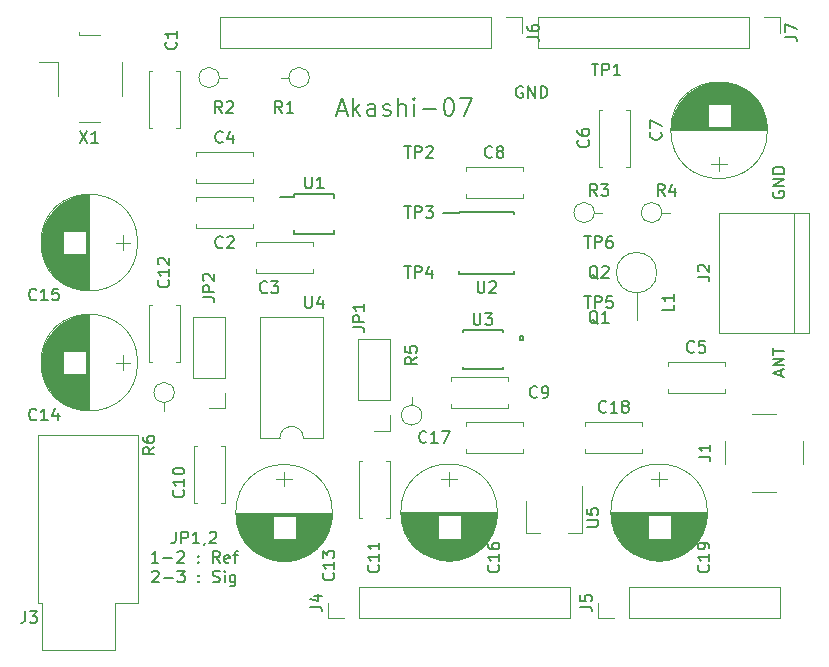
<source format=gto>
%TF.GenerationSoftware,KiCad,Pcbnew,5.1.6-c6e7f7d~87~ubuntu16.04.1*%
%TF.CreationDate,2020-07-20T15:11:06+09:00*%
%TF.ProjectId,Akashi-07,416b6173-6869-42d3-9037-2e6b69636164,rev?*%
%TF.SameCoordinates,Original*%
%TF.FileFunction,Legend,Top*%
%TF.FilePolarity,Positive*%
%FSLAX46Y46*%
G04 Gerber Fmt 4.6, Leading zero omitted, Abs format (unit mm)*
G04 Created by KiCad (PCBNEW 5.1.6-c6e7f7d~87~ubuntu16.04.1) date 2020-07-20 15:11:06*
%MOMM*%
%LPD*%
G01*
G04 APERTURE LIST*
%ADD10C,0.150000*%
%ADD11C,0.200000*%
%ADD12C,0.120000*%
%ADD13C,0.152400*%
G04 APERTURE END LIST*
D10*
X125452380Y-115912380D02*
X125452380Y-116626666D01*
X125404761Y-116769523D01*
X125309523Y-116864761D01*
X125166666Y-116912380D01*
X125071428Y-116912380D01*
X125928571Y-116912380D02*
X125928571Y-115912380D01*
X126309523Y-115912380D01*
X126404761Y-115960000D01*
X126452380Y-116007619D01*
X126500000Y-116102857D01*
X126500000Y-116245714D01*
X126452380Y-116340952D01*
X126404761Y-116388571D01*
X126309523Y-116436190D01*
X125928571Y-116436190D01*
X127452380Y-116912380D02*
X126880952Y-116912380D01*
X127166666Y-116912380D02*
X127166666Y-115912380D01*
X127071428Y-116055238D01*
X126976190Y-116150476D01*
X126880952Y-116198095D01*
X127928571Y-116864761D02*
X127928571Y-116912380D01*
X127880952Y-117007619D01*
X127833333Y-117055238D01*
X128309523Y-116007619D02*
X128357142Y-115960000D01*
X128452380Y-115912380D01*
X128690476Y-115912380D01*
X128785714Y-115960000D01*
X128833333Y-116007619D01*
X128880952Y-116102857D01*
X128880952Y-116198095D01*
X128833333Y-116340952D01*
X128261904Y-116912380D01*
X128880952Y-116912380D01*
X123976190Y-118562380D02*
X123404761Y-118562380D01*
X123690476Y-118562380D02*
X123690476Y-117562380D01*
X123595238Y-117705238D01*
X123500000Y-117800476D01*
X123404761Y-117848095D01*
X124404761Y-118181428D02*
X125166666Y-118181428D01*
X125595238Y-117657619D02*
X125642857Y-117610000D01*
X125738095Y-117562380D01*
X125976190Y-117562380D01*
X126071428Y-117610000D01*
X126119047Y-117657619D01*
X126166666Y-117752857D01*
X126166666Y-117848095D01*
X126119047Y-117990952D01*
X125547619Y-118562380D01*
X126166666Y-118562380D01*
X127357142Y-118467142D02*
X127404761Y-118514761D01*
X127357142Y-118562380D01*
X127309523Y-118514761D01*
X127357142Y-118467142D01*
X127357142Y-118562380D01*
X127357142Y-117943333D02*
X127404761Y-117990952D01*
X127357142Y-118038571D01*
X127309523Y-117990952D01*
X127357142Y-117943333D01*
X127357142Y-118038571D01*
X129166666Y-118562380D02*
X128833333Y-118086190D01*
X128595238Y-118562380D02*
X128595238Y-117562380D01*
X128976190Y-117562380D01*
X129071428Y-117610000D01*
X129119047Y-117657619D01*
X129166666Y-117752857D01*
X129166666Y-117895714D01*
X129119047Y-117990952D01*
X129071428Y-118038571D01*
X128976190Y-118086190D01*
X128595238Y-118086190D01*
X129976190Y-118514761D02*
X129880952Y-118562380D01*
X129690476Y-118562380D01*
X129595238Y-118514761D01*
X129547619Y-118419523D01*
X129547619Y-118038571D01*
X129595238Y-117943333D01*
X129690476Y-117895714D01*
X129880952Y-117895714D01*
X129976190Y-117943333D01*
X130023809Y-118038571D01*
X130023809Y-118133809D01*
X129547619Y-118229047D01*
X130309523Y-117895714D02*
X130690476Y-117895714D01*
X130452380Y-118562380D02*
X130452380Y-117705238D01*
X130500000Y-117610000D01*
X130595238Y-117562380D01*
X130690476Y-117562380D01*
X123452380Y-119307619D02*
X123500000Y-119260000D01*
X123595238Y-119212380D01*
X123833333Y-119212380D01*
X123928571Y-119260000D01*
X123976190Y-119307619D01*
X124023809Y-119402857D01*
X124023809Y-119498095D01*
X123976190Y-119640952D01*
X123404761Y-120212380D01*
X124023809Y-120212380D01*
X124452380Y-119831428D02*
X125214285Y-119831428D01*
X125595238Y-119212380D02*
X126214285Y-119212380D01*
X125880952Y-119593333D01*
X126023809Y-119593333D01*
X126119047Y-119640952D01*
X126166666Y-119688571D01*
X126214285Y-119783809D01*
X126214285Y-120021904D01*
X126166666Y-120117142D01*
X126119047Y-120164761D01*
X126023809Y-120212380D01*
X125738095Y-120212380D01*
X125642857Y-120164761D01*
X125595238Y-120117142D01*
X127404761Y-120117142D02*
X127452380Y-120164761D01*
X127404761Y-120212380D01*
X127357142Y-120164761D01*
X127404761Y-120117142D01*
X127404761Y-120212380D01*
X127404761Y-119593333D02*
X127452380Y-119640952D01*
X127404761Y-119688571D01*
X127357142Y-119640952D01*
X127404761Y-119593333D01*
X127404761Y-119688571D01*
X128595238Y-120164761D02*
X128738095Y-120212380D01*
X128976190Y-120212380D01*
X129071428Y-120164761D01*
X129119047Y-120117142D01*
X129166666Y-120021904D01*
X129166666Y-119926666D01*
X129119047Y-119831428D01*
X129071428Y-119783809D01*
X128976190Y-119736190D01*
X128785714Y-119688571D01*
X128690476Y-119640952D01*
X128642857Y-119593333D01*
X128595238Y-119498095D01*
X128595238Y-119402857D01*
X128642857Y-119307619D01*
X128690476Y-119260000D01*
X128785714Y-119212380D01*
X129023809Y-119212380D01*
X129166666Y-119260000D01*
X129595238Y-120212380D02*
X129595238Y-119545714D01*
X129595238Y-119212380D02*
X129547619Y-119260000D01*
X129595238Y-119307619D01*
X129642857Y-119260000D01*
X129595238Y-119212380D01*
X129595238Y-119307619D01*
X130500000Y-119545714D02*
X130500000Y-120355238D01*
X130452380Y-120450476D01*
X130404761Y-120498095D01*
X130309523Y-120545714D01*
X130166666Y-120545714D01*
X130071428Y-120498095D01*
X130500000Y-120164761D02*
X130404761Y-120212380D01*
X130214285Y-120212380D01*
X130119047Y-120164761D01*
X130071428Y-120117142D01*
X130023809Y-120021904D01*
X130023809Y-119736190D01*
X130071428Y-119640952D01*
X130119047Y-119593333D01*
X130214285Y-119545714D01*
X130404761Y-119545714D01*
X130500000Y-119593333D01*
X161194761Y-94527619D02*
X161099523Y-94480000D01*
X161004285Y-94384761D01*
X160861428Y-94241904D01*
X160766190Y-94194285D01*
X160670952Y-94194285D01*
X160718571Y-94432380D02*
X160623333Y-94384761D01*
X160528095Y-94289523D01*
X160480476Y-94099047D01*
X160480476Y-93765714D01*
X160528095Y-93575238D01*
X160623333Y-93480000D01*
X160718571Y-93432380D01*
X160909047Y-93432380D01*
X161004285Y-93480000D01*
X161099523Y-93575238D01*
X161147142Y-93765714D01*
X161147142Y-94099047D01*
X161099523Y-94289523D01*
X161004285Y-94384761D01*
X160909047Y-94432380D01*
X160718571Y-94432380D01*
X161528095Y-93527619D02*
X161575714Y-93480000D01*
X161670952Y-93432380D01*
X161909047Y-93432380D01*
X162004285Y-93480000D01*
X162051904Y-93527619D01*
X162099523Y-93622857D01*
X162099523Y-93718095D01*
X162051904Y-93860952D01*
X161480476Y-94432380D01*
X162099523Y-94432380D01*
X161194761Y-98337619D02*
X161099523Y-98290000D01*
X161004285Y-98194761D01*
X160861428Y-98051904D01*
X160766190Y-98004285D01*
X160670952Y-98004285D01*
X160718571Y-98242380D02*
X160623333Y-98194761D01*
X160528095Y-98099523D01*
X160480476Y-97909047D01*
X160480476Y-97575714D01*
X160528095Y-97385238D01*
X160623333Y-97290000D01*
X160718571Y-97242380D01*
X160909047Y-97242380D01*
X161004285Y-97290000D01*
X161099523Y-97385238D01*
X161147142Y-97575714D01*
X161147142Y-97909047D01*
X161099523Y-98099523D01*
X161004285Y-98194761D01*
X160909047Y-98242380D01*
X160718571Y-98242380D01*
X162099523Y-98242380D02*
X161528095Y-98242380D01*
X161813809Y-98242380D02*
X161813809Y-97242380D01*
X161718571Y-97385238D01*
X161623333Y-97480476D01*
X161528095Y-97528095D01*
X154813095Y-78240000D02*
X154717857Y-78192380D01*
X154575000Y-78192380D01*
X154432142Y-78240000D01*
X154336904Y-78335238D01*
X154289285Y-78430476D01*
X154241666Y-78620952D01*
X154241666Y-78763809D01*
X154289285Y-78954285D01*
X154336904Y-79049523D01*
X154432142Y-79144761D01*
X154575000Y-79192380D01*
X154670238Y-79192380D01*
X154813095Y-79144761D01*
X154860714Y-79097142D01*
X154860714Y-78763809D01*
X154670238Y-78763809D01*
X155289285Y-79192380D02*
X155289285Y-78192380D01*
X155860714Y-79192380D01*
X155860714Y-78192380D01*
X156336904Y-79192380D02*
X156336904Y-78192380D01*
X156575000Y-78192380D01*
X156717857Y-78240000D01*
X156813095Y-78335238D01*
X156860714Y-78430476D01*
X156908333Y-78620952D01*
X156908333Y-78763809D01*
X156860714Y-78954285D01*
X156813095Y-79049523D01*
X156717857Y-79144761D01*
X156575000Y-79192380D01*
X156336904Y-79192380D01*
X176030000Y-87121904D02*
X175982380Y-87217142D01*
X175982380Y-87360000D01*
X176030000Y-87502857D01*
X176125238Y-87598095D01*
X176220476Y-87645714D01*
X176410952Y-87693333D01*
X176553809Y-87693333D01*
X176744285Y-87645714D01*
X176839523Y-87598095D01*
X176934761Y-87502857D01*
X176982380Y-87360000D01*
X176982380Y-87264761D01*
X176934761Y-87121904D01*
X176887142Y-87074285D01*
X176553809Y-87074285D01*
X176553809Y-87264761D01*
X176982380Y-86645714D02*
X175982380Y-86645714D01*
X176982380Y-86074285D01*
X175982380Y-86074285D01*
X176982380Y-85598095D02*
X175982380Y-85598095D01*
X175982380Y-85360000D01*
X176030000Y-85217142D01*
X176125238Y-85121904D01*
X176220476Y-85074285D01*
X176410952Y-85026666D01*
X176553809Y-85026666D01*
X176744285Y-85074285D01*
X176839523Y-85121904D01*
X176934761Y-85217142D01*
X176982380Y-85360000D01*
X176982380Y-85598095D01*
X176696666Y-102742857D02*
X176696666Y-102266666D01*
X176982380Y-102838095D02*
X175982380Y-102504761D01*
X176982380Y-102171428D01*
X176982380Y-101838095D02*
X175982380Y-101838095D01*
X176982380Y-101266666D01*
X175982380Y-101266666D01*
X175982380Y-100933333D02*
X175982380Y-100361904D01*
X176982380Y-100647619D02*
X175982380Y-100647619D01*
D11*
X139137142Y-80260000D02*
X139851428Y-80260000D01*
X138994285Y-80688571D02*
X139494285Y-79188571D01*
X139994285Y-80688571D01*
X140494285Y-80688571D02*
X140494285Y-79188571D01*
X140637142Y-80117142D02*
X141065714Y-80688571D01*
X141065714Y-79688571D02*
X140494285Y-80260000D01*
X142351428Y-80688571D02*
X142351428Y-79902857D01*
X142280000Y-79760000D01*
X142137142Y-79688571D01*
X141851428Y-79688571D01*
X141708571Y-79760000D01*
X142351428Y-80617142D02*
X142208571Y-80688571D01*
X141851428Y-80688571D01*
X141708571Y-80617142D01*
X141637142Y-80474285D01*
X141637142Y-80331428D01*
X141708571Y-80188571D01*
X141851428Y-80117142D01*
X142208571Y-80117142D01*
X142351428Y-80045714D01*
X142994285Y-80617142D02*
X143137142Y-80688571D01*
X143422857Y-80688571D01*
X143565714Y-80617142D01*
X143637142Y-80474285D01*
X143637142Y-80402857D01*
X143565714Y-80260000D01*
X143422857Y-80188571D01*
X143208571Y-80188571D01*
X143065714Y-80117142D01*
X142994285Y-79974285D01*
X142994285Y-79902857D01*
X143065714Y-79760000D01*
X143208571Y-79688571D01*
X143422857Y-79688571D01*
X143565714Y-79760000D01*
X144280000Y-80688571D02*
X144280000Y-79188571D01*
X144922857Y-80688571D02*
X144922857Y-79902857D01*
X144851428Y-79760000D01*
X144708571Y-79688571D01*
X144494285Y-79688571D01*
X144351428Y-79760000D01*
X144280000Y-79831428D01*
X145637142Y-80688571D02*
X145637142Y-79688571D01*
X145637142Y-79188571D02*
X145565714Y-79260000D01*
X145637142Y-79331428D01*
X145708571Y-79260000D01*
X145637142Y-79188571D01*
X145637142Y-79331428D01*
X146351428Y-80117142D02*
X147494285Y-80117142D01*
X148494285Y-79188571D02*
X148637142Y-79188571D01*
X148780000Y-79260000D01*
X148851428Y-79331428D01*
X148922857Y-79474285D01*
X148994285Y-79760000D01*
X148994285Y-80117142D01*
X148922857Y-80402857D01*
X148851428Y-80545714D01*
X148780000Y-80617142D01*
X148637142Y-80688571D01*
X148494285Y-80688571D01*
X148351428Y-80617142D01*
X148280000Y-80545714D01*
X148208571Y-80402857D01*
X148137142Y-80117142D01*
X148137142Y-79760000D01*
X148208571Y-79474285D01*
X148280000Y-79331428D01*
X148351428Y-79260000D01*
X148494285Y-79188571D01*
X149494285Y-79188571D02*
X150494285Y-79188571D01*
X149851428Y-80688571D01*
D12*
%TO.C,L1*%
X166175000Y-93980000D02*
G75*
G03*
X166175000Y-93980000I-1710000J0D01*
G01*
X164465000Y-95690000D02*
X164465000Y-97960000D01*
%TO.C,U5*%
X159880000Y-116055000D02*
X158680000Y-116055000D01*
X159880000Y-112055000D02*
X159880000Y-116055000D01*
X155080000Y-116055000D02*
X155080000Y-113355000D01*
X156280000Y-116055000D02*
X155080000Y-116055000D01*
%TO.C,C1*%
X123464000Y-81745000D02*
X123150000Y-81745000D01*
X125770000Y-81745000D02*
X125456000Y-81745000D01*
X123464000Y-76925000D02*
X123150000Y-76925000D01*
X125770000Y-76925000D02*
X125456000Y-76925000D01*
X123150000Y-76925000D02*
X123150000Y-81745000D01*
X125770000Y-76925000D02*
X125770000Y-81745000D01*
%TO.C,X1*%
X117270000Y-73620000D02*
X117270000Y-73860000D01*
X117270000Y-73860000D02*
X119070000Y-73860000D01*
X119070000Y-81260000D02*
X117270000Y-81260000D01*
X120870000Y-76120000D02*
X120870000Y-79000000D01*
X115470000Y-79000000D02*
X115470000Y-76120000D01*
X115470000Y-76120000D02*
X113870000Y-76120000D01*
%TO.C,C12*%
X123150000Y-101510000D02*
X123150000Y-96690000D01*
X125770000Y-101510000D02*
X125770000Y-96690000D01*
X123150000Y-101510000D02*
X123464000Y-101510000D01*
X125456000Y-101510000D02*
X125770000Y-101510000D01*
X123150000Y-96690000D02*
X123464000Y-96690000D01*
X125456000Y-96690000D02*
X125770000Y-96690000D01*
%TO.C,JP2*%
X129600000Y-97730000D02*
X126940000Y-97730000D01*
X129600000Y-102870000D02*
X129600000Y-97730000D01*
X126940000Y-102870000D02*
X126940000Y-97730000D01*
X129600000Y-102870000D02*
X126940000Y-102870000D01*
X129600000Y-104140000D02*
X129600000Y-105470000D01*
X129600000Y-105470000D02*
X128270000Y-105470000D01*
%TO.C,JP1*%
X143570000Y-99635000D02*
X140910000Y-99635000D01*
X143570000Y-104775000D02*
X143570000Y-99635000D01*
X140910000Y-104775000D02*
X140910000Y-99635000D01*
X143570000Y-104775000D02*
X140910000Y-104775000D01*
X143570000Y-106045000D02*
X143570000Y-107375000D01*
X143570000Y-107375000D02*
X142240000Y-107375000D01*
%TO.C,J3*%
X120330000Y-125970000D02*
X114090000Y-125970000D01*
X114090000Y-125970000D02*
X114090000Y-121970000D01*
X114090000Y-121970000D02*
X113790000Y-121970000D01*
X113790000Y-121970000D02*
X113790000Y-107730000D01*
X113790000Y-107730000D02*
X122230000Y-107730000D01*
X122230000Y-107730000D02*
X122230000Y-121970000D01*
X122230000Y-121970000D02*
X120330000Y-121970000D01*
X120330000Y-121970000D02*
X120330000Y-125970000D01*
%TO.C,J6*%
X129226000Y-72330000D02*
X129226000Y-74990000D01*
X152146000Y-72330000D02*
X129226000Y-72330000D01*
X152146000Y-74990000D02*
X129226000Y-74990000D01*
X152146000Y-72330000D02*
X152146000Y-74990000D01*
X153416000Y-72330000D02*
X154746000Y-72330000D01*
X154746000Y-72330000D02*
X154746000Y-73660000D01*
%TO.C,U4*%
X136255000Y-108010000D02*
X137905000Y-108010000D01*
X137905000Y-108010000D02*
X137905000Y-97730000D01*
X137905000Y-97730000D02*
X132605000Y-97730000D01*
X132605000Y-97730000D02*
X132605000Y-108010000D01*
X132605000Y-108010000D02*
X134255000Y-108010000D01*
X134255000Y-108010000D02*
G75*
G02*
X136255000Y-108010000I1000000J0D01*
G01*
D13*
%TO.C,U3*%
X154569299Y-99309499D02*
X154823299Y-99309499D01*
X154569299Y-99690499D02*
X154569299Y-99309499D01*
X154823299Y-99690499D02*
X154569299Y-99690499D01*
X154823299Y-99309499D02*
X154823299Y-99690499D01*
X153114400Y-99047559D02*
X153114400Y-98823600D01*
X149761600Y-101952441D02*
X149761600Y-102176400D01*
X149761600Y-98823600D02*
X149761600Y-99047559D01*
X153114400Y-98823600D02*
X149761600Y-98823600D01*
X153114400Y-102176400D02*
X153114400Y-101952441D01*
X149761600Y-102176400D02*
X153114400Y-102176400D01*
D10*
%TO.C,U2*%
X149440000Y-88815000D02*
X149440000Y-88940000D01*
X154090000Y-88815000D02*
X154090000Y-89040000D01*
X154090000Y-94065000D02*
X154090000Y-93840000D01*
X149440000Y-94065000D02*
X149440000Y-93840000D01*
X149440000Y-88815000D02*
X154090000Y-88815000D01*
X149440000Y-94065000D02*
X154090000Y-94065000D01*
X149440000Y-88940000D02*
X148090000Y-88940000D01*
%TO.C,U1*%
X135485000Y-87325000D02*
X135485000Y-87550000D01*
X138835000Y-87325000D02*
X138835000Y-87625000D01*
X138835000Y-90675000D02*
X138835000Y-90375000D01*
X135485000Y-90675000D02*
X135485000Y-90375000D01*
X135485000Y-87325000D02*
X138835000Y-87325000D01*
X135485000Y-90675000D02*
X138835000Y-90675000D01*
X135485000Y-87550000D02*
X134260000Y-87550000D01*
D12*
%TO.C,R6*%
X125320000Y-104140000D02*
G75*
G03*
X125320000Y-104140000I-860000J0D01*
G01*
X124460000Y-105000000D02*
X124460000Y-105680000D01*
%TO.C,R5*%
X146275000Y-106045000D02*
G75*
G03*
X146275000Y-106045000I-860000J0D01*
G01*
X145415000Y-105185000D02*
X145415000Y-104505000D01*
%TO.C,R4*%
X166595000Y-88900000D02*
G75*
G03*
X166595000Y-88900000I-860000J0D01*
G01*
X166595000Y-88900000D02*
X167275000Y-88900000D01*
%TO.C,R3*%
X160880000Y-88900000D02*
G75*
G03*
X160880000Y-88900000I-860000J0D01*
G01*
X160880000Y-88900000D02*
X161560000Y-88900000D01*
%TO.C,R2*%
X129130000Y-77470000D02*
G75*
G03*
X129130000Y-77470000I-860000J0D01*
G01*
X129130000Y-77470000D02*
X129810000Y-77470000D01*
%TO.C,R1*%
X136750000Y-77470000D02*
G75*
G03*
X136750000Y-77470000I-860000J0D01*
G01*
X135030000Y-77470000D02*
X134350000Y-77470000D01*
%TO.C,J7*%
X156150000Y-72330000D02*
X156150000Y-74990000D01*
X173990000Y-72330000D02*
X156150000Y-72330000D01*
X173990000Y-74990000D02*
X156150000Y-74990000D01*
X173990000Y-72330000D02*
X173990000Y-74990000D01*
X175260000Y-72330000D02*
X176590000Y-72330000D01*
X176590000Y-72330000D02*
X176590000Y-73660000D01*
%TO.C,J5*%
X176590000Y-123250000D02*
X176590000Y-120590000D01*
X163830000Y-123250000D02*
X176590000Y-123250000D01*
X163830000Y-120590000D02*
X176590000Y-120590000D01*
X163830000Y-123250000D02*
X163830000Y-120590000D01*
X162560000Y-123250000D02*
X161230000Y-123250000D01*
X161230000Y-123250000D02*
X161230000Y-121920000D01*
%TO.C,J4*%
X158810000Y-123250000D02*
X158810000Y-120590000D01*
X140970000Y-123250000D02*
X158810000Y-123250000D01*
X140970000Y-120590000D02*
X158810000Y-120590000D01*
X140970000Y-123250000D02*
X140970000Y-120590000D01*
X139700000Y-123250000D02*
X138370000Y-123250000D01*
X138370000Y-123250000D02*
X138370000Y-121920000D01*
%TO.C,J2*%
X177800000Y-88900000D02*
X177800000Y-99060000D01*
X179070000Y-88900000D02*
X171450000Y-88900000D01*
X171450000Y-88900000D02*
X171450000Y-99060000D01*
X171450000Y-99060000D02*
X179070000Y-99060000D01*
X179070000Y-99060000D02*
X179070000Y-88900000D01*
%TO.C,J1*%
X171960000Y-110220000D02*
X171960000Y-108220000D01*
X178560000Y-110220000D02*
X178560000Y-108220000D01*
X174260000Y-105920000D02*
X176260000Y-105920000D01*
X174260000Y-112520000D02*
X176260000Y-112520000D01*
%TO.C,C19*%
X170460000Y-114280000D02*
G75*
G03*
X170460000Y-114280000I-4090000J0D01*
G01*
X170420000Y-114280000D02*
X162320000Y-114280000D01*
X170420000Y-114320000D02*
X162320000Y-114320000D01*
X170420000Y-114360000D02*
X162320000Y-114360000D01*
X170419000Y-114400000D02*
X162321000Y-114400000D01*
X170417000Y-114440000D02*
X162323000Y-114440000D01*
X170416000Y-114480000D02*
X162324000Y-114480000D01*
X170413000Y-114520000D02*
X162327000Y-114520000D01*
X170411000Y-114560000D02*
X167350000Y-114560000D01*
X165390000Y-114560000D02*
X162329000Y-114560000D01*
X170408000Y-114600000D02*
X167350000Y-114600000D01*
X165390000Y-114600000D02*
X162332000Y-114600000D01*
X170405000Y-114640000D02*
X167350000Y-114640000D01*
X165390000Y-114640000D02*
X162335000Y-114640000D01*
X170401000Y-114680000D02*
X167350000Y-114680000D01*
X165390000Y-114680000D02*
X162339000Y-114680000D01*
X170397000Y-114720000D02*
X167350000Y-114720000D01*
X165390000Y-114720000D02*
X162343000Y-114720000D01*
X170392000Y-114760000D02*
X167350000Y-114760000D01*
X165390000Y-114760000D02*
X162348000Y-114760000D01*
X170387000Y-114800000D02*
X167350000Y-114800000D01*
X165390000Y-114800000D02*
X162353000Y-114800000D01*
X170382000Y-114840000D02*
X167350000Y-114840000D01*
X165390000Y-114840000D02*
X162358000Y-114840000D01*
X170376000Y-114880000D02*
X167350000Y-114880000D01*
X165390000Y-114880000D02*
X162364000Y-114880000D01*
X170370000Y-114920000D02*
X167350000Y-114920000D01*
X165390000Y-114920000D02*
X162370000Y-114920000D01*
X170364000Y-114960000D02*
X167350000Y-114960000D01*
X165390000Y-114960000D02*
X162376000Y-114960000D01*
X170357000Y-115001000D02*
X167350000Y-115001000D01*
X165390000Y-115001000D02*
X162383000Y-115001000D01*
X170349000Y-115041000D02*
X167350000Y-115041000D01*
X165390000Y-115041000D02*
X162391000Y-115041000D01*
X170341000Y-115081000D02*
X167350000Y-115081000D01*
X165390000Y-115081000D02*
X162399000Y-115081000D01*
X170333000Y-115121000D02*
X167350000Y-115121000D01*
X165390000Y-115121000D02*
X162407000Y-115121000D01*
X170325000Y-115161000D02*
X167350000Y-115161000D01*
X165390000Y-115161000D02*
X162415000Y-115161000D01*
X170316000Y-115201000D02*
X167350000Y-115201000D01*
X165390000Y-115201000D02*
X162424000Y-115201000D01*
X170306000Y-115241000D02*
X167350000Y-115241000D01*
X165390000Y-115241000D02*
X162434000Y-115241000D01*
X170296000Y-115281000D02*
X167350000Y-115281000D01*
X165390000Y-115281000D02*
X162444000Y-115281000D01*
X170286000Y-115321000D02*
X167350000Y-115321000D01*
X165390000Y-115321000D02*
X162454000Y-115321000D01*
X170275000Y-115361000D02*
X167350000Y-115361000D01*
X165390000Y-115361000D02*
X162465000Y-115361000D01*
X170264000Y-115401000D02*
X167350000Y-115401000D01*
X165390000Y-115401000D02*
X162476000Y-115401000D01*
X170253000Y-115441000D02*
X167350000Y-115441000D01*
X165390000Y-115441000D02*
X162487000Y-115441000D01*
X170240000Y-115481000D02*
X167350000Y-115481000D01*
X165390000Y-115481000D02*
X162500000Y-115481000D01*
X170228000Y-115521000D02*
X167350000Y-115521000D01*
X165390000Y-115521000D02*
X162512000Y-115521000D01*
X170215000Y-115561000D02*
X167350000Y-115561000D01*
X165390000Y-115561000D02*
X162525000Y-115561000D01*
X170202000Y-115601000D02*
X167350000Y-115601000D01*
X165390000Y-115601000D02*
X162538000Y-115601000D01*
X170188000Y-115641000D02*
X167350000Y-115641000D01*
X165390000Y-115641000D02*
X162552000Y-115641000D01*
X170173000Y-115681000D02*
X167350000Y-115681000D01*
X165390000Y-115681000D02*
X162567000Y-115681000D01*
X170159000Y-115721000D02*
X167350000Y-115721000D01*
X165390000Y-115721000D02*
X162581000Y-115721000D01*
X170143000Y-115761000D02*
X167350000Y-115761000D01*
X165390000Y-115761000D02*
X162597000Y-115761000D01*
X170128000Y-115801000D02*
X167350000Y-115801000D01*
X165390000Y-115801000D02*
X162612000Y-115801000D01*
X170111000Y-115841000D02*
X167350000Y-115841000D01*
X165390000Y-115841000D02*
X162629000Y-115841000D01*
X170095000Y-115881000D02*
X167350000Y-115881000D01*
X165390000Y-115881000D02*
X162645000Y-115881000D01*
X170077000Y-115921000D02*
X167350000Y-115921000D01*
X165390000Y-115921000D02*
X162663000Y-115921000D01*
X170060000Y-115961000D02*
X167350000Y-115961000D01*
X165390000Y-115961000D02*
X162680000Y-115961000D01*
X170041000Y-116001000D02*
X167350000Y-116001000D01*
X165390000Y-116001000D02*
X162699000Y-116001000D01*
X170022000Y-116041000D02*
X167350000Y-116041000D01*
X165390000Y-116041000D02*
X162718000Y-116041000D01*
X170003000Y-116081000D02*
X167350000Y-116081000D01*
X165390000Y-116081000D02*
X162737000Y-116081000D01*
X169983000Y-116121000D02*
X167350000Y-116121000D01*
X165390000Y-116121000D02*
X162757000Y-116121000D01*
X169963000Y-116161000D02*
X167350000Y-116161000D01*
X165390000Y-116161000D02*
X162777000Y-116161000D01*
X169942000Y-116201000D02*
X167350000Y-116201000D01*
X165390000Y-116201000D02*
X162798000Y-116201000D01*
X169920000Y-116241000D02*
X167350000Y-116241000D01*
X165390000Y-116241000D02*
X162820000Y-116241000D01*
X169898000Y-116281000D02*
X167350000Y-116281000D01*
X165390000Y-116281000D02*
X162842000Y-116281000D01*
X169875000Y-116321000D02*
X167350000Y-116321000D01*
X165390000Y-116321000D02*
X162865000Y-116321000D01*
X169852000Y-116361000D02*
X167350000Y-116361000D01*
X165390000Y-116361000D02*
X162888000Y-116361000D01*
X169828000Y-116401000D02*
X167350000Y-116401000D01*
X165390000Y-116401000D02*
X162912000Y-116401000D01*
X169804000Y-116441000D02*
X167350000Y-116441000D01*
X165390000Y-116441000D02*
X162936000Y-116441000D01*
X169778000Y-116481000D02*
X167350000Y-116481000D01*
X165390000Y-116481000D02*
X162962000Y-116481000D01*
X169753000Y-116521000D02*
X162987000Y-116521000D01*
X169726000Y-116561000D02*
X163014000Y-116561000D01*
X169699000Y-116601000D02*
X163041000Y-116601000D01*
X169671000Y-116641000D02*
X163069000Y-116641000D01*
X169642000Y-116681000D02*
X163098000Y-116681000D01*
X169613000Y-116721000D02*
X163127000Y-116721000D01*
X169583000Y-116761000D02*
X163157000Y-116761000D01*
X169552000Y-116801000D02*
X163188000Y-116801000D01*
X169520000Y-116841000D02*
X163220000Y-116841000D01*
X169488000Y-116881000D02*
X163252000Y-116881000D01*
X169454000Y-116921000D02*
X163286000Y-116921000D01*
X169420000Y-116961000D02*
X163320000Y-116961000D01*
X169385000Y-117001000D02*
X163355000Y-117001000D01*
X169349000Y-117041000D02*
X163391000Y-117041000D01*
X169312000Y-117081000D02*
X163428000Y-117081000D01*
X169274000Y-117121000D02*
X163466000Y-117121000D01*
X169235000Y-117161000D02*
X163505000Y-117161000D01*
X169194000Y-117201000D02*
X163546000Y-117201000D01*
X169153000Y-117241000D02*
X163587000Y-117241000D01*
X169110000Y-117281000D02*
X163630000Y-117281000D01*
X169067000Y-117321000D02*
X163673000Y-117321000D01*
X169022000Y-117361000D02*
X163718000Y-117361000D01*
X168975000Y-117401000D02*
X163765000Y-117401000D01*
X168927000Y-117441000D02*
X163813000Y-117441000D01*
X168878000Y-117481000D02*
X163862000Y-117481000D01*
X168827000Y-117521000D02*
X163913000Y-117521000D01*
X168774000Y-117561000D02*
X163966000Y-117561000D01*
X168719000Y-117601000D02*
X164021000Y-117601000D01*
X168663000Y-117641000D02*
X164077000Y-117641000D01*
X168604000Y-117681000D02*
X164136000Y-117681000D01*
X168543000Y-117721000D02*
X164197000Y-117721000D01*
X168479000Y-117761000D02*
X164261000Y-117761000D01*
X168413000Y-117801000D02*
X164327000Y-117801000D01*
X168344000Y-117841000D02*
X164396000Y-117841000D01*
X168272000Y-117881000D02*
X164468000Y-117881000D01*
X168196000Y-117921000D02*
X164544000Y-117921000D01*
X168115000Y-117961000D02*
X164625000Y-117961000D01*
X168030000Y-118001000D02*
X164710000Y-118001000D01*
X167940000Y-118041000D02*
X164800000Y-118041000D01*
X167843000Y-118081000D02*
X164897000Y-118081000D01*
X167739000Y-118121000D02*
X165001000Y-118121000D01*
X167624000Y-118161000D02*
X165116000Y-118161000D01*
X167497000Y-118201000D02*
X165243000Y-118201000D01*
X167353000Y-118241000D02*
X165387000Y-118241000D01*
X167184000Y-118281000D02*
X165556000Y-118281000D01*
X166968000Y-118321000D02*
X165772000Y-118321000D01*
X166616000Y-118361000D02*
X166124000Y-118361000D01*
X166370000Y-110830000D02*
X166370000Y-112030000D01*
X167020000Y-111430000D02*
X165720000Y-111430000D01*
%TO.C,C18*%
X160110000Y-106640000D02*
X164930000Y-106640000D01*
X160110000Y-109260000D02*
X164930000Y-109260000D01*
X160110000Y-106640000D02*
X160110000Y-106954000D01*
X160110000Y-108946000D02*
X160110000Y-109260000D01*
X164930000Y-106640000D02*
X164930000Y-106954000D01*
X164930000Y-108946000D02*
X164930000Y-109260000D01*
%TO.C,C17*%
X154850000Y-109260000D02*
X150030000Y-109260000D01*
X154850000Y-106640000D02*
X150030000Y-106640000D01*
X154850000Y-109260000D02*
X154850000Y-108946000D01*
X154850000Y-106954000D02*
X154850000Y-106640000D01*
X150030000Y-109260000D02*
X150030000Y-108946000D01*
X150030000Y-106954000D02*
X150030000Y-106640000D01*
%TO.C,C16*%
X152680000Y-114280000D02*
G75*
G03*
X152680000Y-114280000I-4090000J0D01*
G01*
X152640000Y-114280000D02*
X144540000Y-114280000D01*
X152640000Y-114320000D02*
X144540000Y-114320000D01*
X152640000Y-114360000D02*
X144540000Y-114360000D01*
X152639000Y-114400000D02*
X144541000Y-114400000D01*
X152637000Y-114440000D02*
X144543000Y-114440000D01*
X152636000Y-114480000D02*
X144544000Y-114480000D01*
X152633000Y-114520000D02*
X144547000Y-114520000D01*
X152631000Y-114560000D02*
X149570000Y-114560000D01*
X147610000Y-114560000D02*
X144549000Y-114560000D01*
X152628000Y-114600000D02*
X149570000Y-114600000D01*
X147610000Y-114600000D02*
X144552000Y-114600000D01*
X152625000Y-114640000D02*
X149570000Y-114640000D01*
X147610000Y-114640000D02*
X144555000Y-114640000D01*
X152621000Y-114680000D02*
X149570000Y-114680000D01*
X147610000Y-114680000D02*
X144559000Y-114680000D01*
X152617000Y-114720000D02*
X149570000Y-114720000D01*
X147610000Y-114720000D02*
X144563000Y-114720000D01*
X152612000Y-114760000D02*
X149570000Y-114760000D01*
X147610000Y-114760000D02*
X144568000Y-114760000D01*
X152607000Y-114800000D02*
X149570000Y-114800000D01*
X147610000Y-114800000D02*
X144573000Y-114800000D01*
X152602000Y-114840000D02*
X149570000Y-114840000D01*
X147610000Y-114840000D02*
X144578000Y-114840000D01*
X152596000Y-114880000D02*
X149570000Y-114880000D01*
X147610000Y-114880000D02*
X144584000Y-114880000D01*
X152590000Y-114920000D02*
X149570000Y-114920000D01*
X147610000Y-114920000D02*
X144590000Y-114920000D01*
X152584000Y-114960000D02*
X149570000Y-114960000D01*
X147610000Y-114960000D02*
X144596000Y-114960000D01*
X152577000Y-115001000D02*
X149570000Y-115001000D01*
X147610000Y-115001000D02*
X144603000Y-115001000D01*
X152569000Y-115041000D02*
X149570000Y-115041000D01*
X147610000Y-115041000D02*
X144611000Y-115041000D01*
X152561000Y-115081000D02*
X149570000Y-115081000D01*
X147610000Y-115081000D02*
X144619000Y-115081000D01*
X152553000Y-115121000D02*
X149570000Y-115121000D01*
X147610000Y-115121000D02*
X144627000Y-115121000D01*
X152545000Y-115161000D02*
X149570000Y-115161000D01*
X147610000Y-115161000D02*
X144635000Y-115161000D01*
X152536000Y-115201000D02*
X149570000Y-115201000D01*
X147610000Y-115201000D02*
X144644000Y-115201000D01*
X152526000Y-115241000D02*
X149570000Y-115241000D01*
X147610000Y-115241000D02*
X144654000Y-115241000D01*
X152516000Y-115281000D02*
X149570000Y-115281000D01*
X147610000Y-115281000D02*
X144664000Y-115281000D01*
X152506000Y-115321000D02*
X149570000Y-115321000D01*
X147610000Y-115321000D02*
X144674000Y-115321000D01*
X152495000Y-115361000D02*
X149570000Y-115361000D01*
X147610000Y-115361000D02*
X144685000Y-115361000D01*
X152484000Y-115401000D02*
X149570000Y-115401000D01*
X147610000Y-115401000D02*
X144696000Y-115401000D01*
X152473000Y-115441000D02*
X149570000Y-115441000D01*
X147610000Y-115441000D02*
X144707000Y-115441000D01*
X152460000Y-115481000D02*
X149570000Y-115481000D01*
X147610000Y-115481000D02*
X144720000Y-115481000D01*
X152448000Y-115521000D02*
X149570000Y-115521000D01*
X147610000Y-115521000D02*
X144732000Y-115521000D01*
X152435000Y-115561000D02*
X149570000Y-115561000D01*
X147610000Y-115561000D02*
X144745000Y-115561000D01*
X152422000Y-115601000D02*
X149570000Y-115601000D01*
X147610000Y-115601000D02*
X144758000Y-115601000D01*
X152408000Y-115641000D02*
X149570000Y-115641000D01*
X147610000Y-115641000D02*
X144772000Y-115641000D01*
X152393000Y-115681000D02*
X149570000Y-115681000D01*
X147610000Y-115681000D02*
X144787000Y-115681000D01*
X152379000Y-115721000D02*
X149570000Y-115721000D01*
X147610000Y-115721000D02*
X144801000Y-115721000D01*
X152363000Y-115761000D02*
X149570000Y-115761000D01*
X147610000Y-115761000D02*
X144817000Y-115761000D01*
X152348000Y-115801000D02*
X149570000Y-115801000D01*
X147610000Y-115801000D02*
X144832000Y-115801000D01*
X152331000Y-115841000D02*
X149570000Y-115841000D01*
X147610000Y-115841000D02*
X144849000Y-115841000D01*
X152315000Y-115881000D02*
X149570000Y-115881000D01*
X147610000Y-115881000D02*
X144865000Y-115881000D01*
X152297000Y-115921000D02*
X149570000Y-115921000D01*
X147610000Y-115921000D02*
X144883000Y-115921000D01*
X152280000Y-115961000D02*
X149570000Y-115961000D01*
X147610000Y-115961000D02*
X144900000Y-115961000D01*
X152261000Y-116001000D02*
X149570000Y-116001000D01*
X147610000Y-116001000D02*
X144919000Y-116001000D01*
X152242000Y-116041000D02*
X149570000Y-116041000D01*
X147610000Y-116041000D02*
X144938000Y-116041000D01*
X152223000Y-116081000D02*
X149570000Y-116081000D01*
X147610000Y-116081000D02*
X144957000Y-116081000D01*
X152203000Y-116121000D02*
X149570000Y-116121000D01*
X147610000Y-116121000D02*
X144977000Y-116121000D01*
X152183000Y-116161000D02*
X149570000Y-116161000D01*
X147610000Y-116161000D02*
X144997000Y-116161000D01*
X152162000Y-116201000D02*
X149570000Y-116201000D01*
X147610000Y-116201000D02*
X145018000Y-116201000D01*
X152140000Y-116241000D02*
X149570000Y-116241000D01*
X147610000Y-116241000D02*
X145040000Y-116241000D01*
X152118000Y-116281000D02*
X149570000Y-116281000D01*
X147610000Y-116281000D02*
X145062000Y-116281000D01*
X152095000Y-116321000D02*
X149570000Y-116321000D01*
X147610000Y-116321000D02*
X145085000Y-116321000D01*
X152072000Y-116361000D02*
X149570000Y-116361000D01*
X147610000Y-116361000D02*
X145108000Y-116361000D01*
X152048000Y-116401000D02*
X149570000Y-116401000D01*
X147610000Y-116401000D02*
X145132000Y-116401000D01*
X152024000Y-116441000D02*
X149570000Y-116441000D01*
X147610000Y-116441000D02*
X145156000Y-116441000D01*
X151998000Y-116481000D02*
X149570000Y-116481000D01*
X147610000Y-116481000D02*
X145182000Y-116481000D01*
X151973000Y-116521000D02*
X145207000Y-116521000D01*
X151946000Y-116561000D02*
X145234000Y-116561000D01*
X151919000Y-116601000D02*
X145261000Y-116601000D01*
X151891000Y-116641000D02*
X145289000Y-116641000D01*
X151862000Y-116681000D02*
X145318000Y-116681000D01*
X151833000Y-116721000D02*
X145347000Y-116721000D01*
X151803000Y-116761000D02*
X145377000Y-116761000D01*
X151772000Y-116801000D02*
X145408000Y-116801000D01*
X151740000Y-116841000D02*
X145440000Y-116841000D01*
X151708000Y-116881000D02*
X145472000Y-116881000D01*
X151674000Y-116921000D02*
X145506000Y-116921000D01*
X151640000Y-116961000D02*
X145540000Y-116961000D01*
X151605000Y-117001000D02*
X145575000Y-117001000D01*
X151569000Y-117041000D02*
X145611000Y-117041000D01*
X151532000Y-117081000D02*
X145648000Y-117081000D01*
X151494000Y-117121000D02*
X145686000Y-117121000D01*
X151455000Y-117161000D02*
X145725000Y-117161000D01*
X151414000Y-117201000D02*
X145766000Y-117201000D01*
X151373000Y-117241000D02*
X145807000Y-117241000D01*
X151330000Y-117281000D02*
X145850000Y-117281000D01*
X151287000Y-117321000D02*
X145893000Y-117321000D01*
X151242000Y-117361000D02*
X145938000Y-117361000D01*
X151195000Y-117401000D02*
X145985000Y-117401000D01*
X151147000Y-117441000D02*
X146033000Y-117441000D01*
X151098000Y-117481000D02*
X146082000Y-117481000D01*
X151047000Y-117521000D02*
X146133000Y-117521000D01*
X150994000Y-117561000D02*
X146186000Y-117561000D01*
X150939000Y-117601000D02*
X146241000Y-117601000D01*
X150883000Y-117641000D02*
X146297000Y-117641000D01*
X150824000Y-117681000D02*
X146356000Y-117681000D01*
X150763000Y-117721000D02*
X146417000Y-117721000D01*
X150699000Y-117761000D02*
X146481000Y-117761000D01*
X150633000Y-117801000D02*
X146547000Y-117801000D01*
X150564000Y-117841000D02*
X146616000Y-117841000D01*
X150492000Y-117881000D02*
X146688000Y-117881000D01*
X150416000Y-117921000D02*
X146764000Y-117921000D01*
X150335000Y-117961000D02*
X146845000Y-117961000D01*
X150250000Y-118001000D02*
X146930000Y-118001000D01*
X150160000Y-118041000D02*
X147020000Y-118041000D01*
X150063000Y-118081000D02*
X147117000Y-118081000D01*
X149959000Y-118121000D02*
X147221000Y-118121000D01*
X149844000Y-118161000D02*
X147336000Y-118161000D01*
X149717000Y-118201000D02*
X147463000Y-118201000D01*
X149573000Y-118241000D02*
X147607000Y-118241000D01*
X149404000Y-118281000D02*
X147776000Y-118281000D01*
X149188000Y-118321000D02*
X147992000Y-118321000D01*
X148836000Y-118361000D02*
X148344000Y-118361000D01*
X148590000Y-110830000D02*
X148590000Y-112030000D01*
X149240000Y-111430000D02*
X147940000Y-111430000D01*
%TO.C,C15*%
X122220000Y-91440000D02*
G75*
G03*
X122220000Y-91440000I-4090000J0D01*
G01*
X118130000Y-95490000D02*
X118130000Y-87390000D01*
X118090000Y-95490000D02*
X118090000Y-87390000D01*
X118050000Y-95490000D02*
X118050000Y-87390000D01*
X118010000Y-95489000D02*
X118010000Y-87391000D01*
X117970000Y-95487000D02*
X117970000Y-87393000D01*
X117930000Y-95486000D02*
X117930000Y-87394000D01*
X117890000Y-95483000D02*
X117890000Y-87397000D01*
X117850000Y-95481000D02*
X117850000Y-92420000D01*
X117850000Y-90460000D02*
X117850000Y-87399000D01*
X117810000Y-95478000D02*
X117810000Y-92420000D01*
X117810000Y-90460000D02*
X117810000Y-87402000D01*
X117770000Y-95475000D02*
X117770000Y-92420000D01*
X117770000Y-90460000D02*
X117770000Y-87405000D01*
X117730000Y-95471000D02*
X117730000Y-92420000D01*
X117730000Y-90460000D02*
X117730000Y-87409000D01*
X117690000Y-95467000D02*
X117690000Y-92420000D01*
X117690000Y-90460000D02*
X117690000Y-87413000D01*
X117650000Y-95462000D02*
X117650000Y-92420000D01*
X117650000Y-90460000D02*
X117650000Y-87418000D01*
X117610000Y-95457000D02*
X117610000Y-92420000D01*
X117610000Y-90460000D02*
X117610000Y-87423000D01*
X117570000Y-95452000D02*
X117570000Y-92420000D01*
X117570000Y-90460000D02*
X117570000Y-87428000D01*
X117530000Y-95446000D02*
X117530000Y-92420000D01*
X117530000Y-90460000D02*
X117530000Y-87434000D01*
X117490000Y-95440000D02*
X117490000Y-92420000D01*
X117490000Y-90460000D02*
X117490000Y-87440000D01*
X117450000Y-95434000D02*
X117450000Y-92420000D01*
X117450000Y-90460000D02*
X117450000Y-87446000D01*
X117409000Y-95427000D02*
X117409000Y-92420000D01*
X117409000Y-90460000D02*
X117409000Y-87453000D01*
X117369000Y-95419000D02*
X117369000Y-92420000D01*
X117369000Y-90460000D02*
X117369000Y-87461000D01*
X117329000Y-95411000D02*
X117329000Y-92420000D01*
X117329000Y-90460000D02*
X117329000Y-87469000D01*
X117289000Y-95403000D02*
X117289000Y-92420000D01*
X117289000Y-90460000D02*
X117289000Y-87477000D01*
X117249000Y-95395000D02*
X117249000Y-92420000D01*
X117249000Y-90460000D02*
X117249000Y-87485000D01*
X117209000Y-95386000D02*
X117209000Y-92420000D01*
X117209000Y-90460000D02*
X117209000Y-87494000D01*
X117169000Y-95376000D02*
X117169000Y-92420000D01*
X117169000Y-90460000D02*
X117169000Y-87504000D01*
X117129000Y-95366000D02*
X117129000Y-92420000D01*
X117129000Y-90460000D02*
X117129000Y-87514000D01*
X117089000Y-95356000D02*
X117089000Y-92420000D01*
X117089000Y-90460000D02*
X117089000Y-87524000D01*
X117049000Y-95345000D02*
X117049000Y-92420000D01*
X117049000Y-90460000D02*
X117049000Y-87535000D01*
X117009000Y-95334000D02*
X117009000Y-92420000D01*
X117009000Y-90460000D02*
X117009000Y-87546000D01*
X116969000Y-95323000D02*
X116969000Y-92420000D01*
X116969000Y-90460000D02*
X116969000Y-87557000D01*
X116929000Y-95310000D02*
X116929000Y-92420000D01*
X116929000Y-90460000D02*
X116929000Y-87570000D01*
X116889000Y-95298000D02*
X116889000Y-92420000D01*
X116889000Y-90460000D02*
X116889000Y-87582000D01*
X116849000Y-95285000D02*
X116849000Y-92420000D01*
X116849000Y-90460000D02*
X116849000Y-87595000D01*
X116809000Y-95272000D02*
X116809000Y-92420000D01*
X116809000Y-90460000D02*
X116809000Y-87608000D01*
X116769000Y-95258000D02*
X116769000Y-92420000D01*
X116769000Y-90460000D02*
X116769000Y-87622000D01*
X116729000Y-95243000D02*
X116729000Y-92420000D01*
X116729000Y-90460000D02*
X116729000Y-87637000D01*
X116689000Y-95229000D02*
X116689000Y-92420000D01*
X116689000Y-90460000D02*
X116689000Y-87651000D01*
X116649000Y-95213000D02*
X116649000Y-92420000D01*
X116649000Y-90460000D02*
X116649000Y-87667000D01*
X116609000Y-95198000D02*
X116609000Y-92420000D01*
X116609000Y-90460000D02*
X116609000Y-87682000D01*
X116569000Y-95181000D02*
X116569000Y-92420000D01*
X116569000Y-90460000D02*
X116569000Y-87699000D01*
X116529000Y-95165000D02*
X116529000Y-92420000D01*
X116529000Y-90460000D02*
X116529000Y-87715000D01*
X116489000Y-95147000D02*
X116489000Y-92420000D01*
X116489000Y-90460000D02*
X116489000Y-87733000D01*
X116449000Y-95130000D02*
X116449000Y-92420000D01*
X116449000Y-90460000D02*
X116449000Y-87750000D01*
X116409000Y-95111000D02*
X116409000Y-92420000D01*
X116409000Y-90460000D02*
X116409000Y-87769000D01*
X116369000Y-95092000D02*
X116369000Y-92420000D01*
X116369000Y-90460000D02*
X116369000Y-87788000D01*
X116329000Y-95073000D02*
X116329000Y-92420000D01*
X116329000Y-90460000D02*
X116329000Y-87807000D01*
X116289000Y-95053000D02*
X116289000Y-92420000D01*
X116289000Y-90460000D02*
X116289000Y-87827000D01*
X116249000Y-95033000D02*
X116249000Y-92420000D01*
X116249000Y-90460000D02*
X116249000Y-87847000D01*
X116209000Y-95012000D02*
X116209000Y-92420000D01*
X116209000Y-90460000D02*
X116209000Y-87868000D01*
X116169000Y-94990000D02*
X116169000Y-92420000D01*
X116169000Y-90460000D02*
X116169000Y-87890000D01*
X116129000Y-94968000D02*
X116129000Y-92420000D01*
X116129000Y-90460000D02*
X116129000Y-87912000D01*
X116089000Y-94945000D02*
X116089000Y-92420000D01*
X116089000Y-90460000D02*
X116089000Y-87935000D01*
X116049000Y-94922000D02*
X116049000Y-92420000D01*
X116049000Y-90460000D02*
X116049000Y-87958000D01*
X116009000Y-94898000D02*
X116009000Y-92420000D01*
X116009000Y-90460000D02*
X116009000Y-87982000D01*
X115969000Y-94874000D02*
X115969000Y-92420000D01*
X115969000Y-90460000D02*
X115969000Y-88006000D01*
X115929000Y-94848000D02*
X115929000Y-92420000D01*
X115929000Y-90460000D02*
X115929000Y-88032000D01*
X115889000Y-94823000D02*
X115889000Y-88057000D01*
X115849000Y-94796000D02*
X115849000Y-88084000D01*
X115809000Y-94769000D02*
X115809000Y-88111000D01*
X115769000Y-94741000D02*
X115769000Y-88139000D01*
X115729000Y-94712000D02*
X115729000Y-88168000D01*
X115689000Y-94683000D02*
X115689000Y-88197000D01*
X115649000Y-94653000D02*
X115649000Y-88227000D01*
X115609000Y-94622000D02*
X115609000Y-88258000D01*
X115569000Y-94590000D02*
X115569000Y-88290000D01*
X115529000Y-94558000D02*
X115529000Y-88322000D01*
X115489000Y-94524000D02*
X115489000Y-88356000D01*
X115449000Y-94490000D02*
X115449000Y-88390000D01*
X115409000Y-94455000D02*
X115409000Y-88425000D01*
X115369000Y-94419000D02*
X115369000Y-88461000D01*
X115329000Y-94382000D02*
X115329000Y-88498000D01*
X115289000Y-94344000D02*
X115289000Y-88536000D01*
X115249000Y-94305000D02*
X115249000Y-88575000D01*
X115209000Y-94264000D02*
X115209000Y-88616000D01*
X115169000Y-94223000D02*
X115169000Y-88657000D01*
X115129000Y-94180000D02*
X115129000Y-88700000D01*
X115089000Y-94137000D02*
X115089000Y-88743000D01*
X115049000Y-94092000D02*
X115049000Y-88788000D01*
X115009000Y-94045000D02*
X115009000Y-88835000D01*
X114969000Y-93997000D02*
X114969000Y-88883000D01*
X114929000Y-93948000D02*
X114929000Y-88932000D01*
X114889000Y-93897000D02*
X114889000Y-88983000D01*
X114849000Y-93844000D02*
X114849000Y-89036000D01*
X114809000Y-93789000D02*
X114809000Y-89091000D01*
X114769000Y-93733000D02*
X114769000Y-89147000D01*
X114729000Y-93674000D02*
X114729000Y-89206000D01*
X114689000Y-93613000D02*
X114689000Y-89267000D01*
X114649000Y-93549000D02*
X114649000Y-89331000D01*
X114609000Y-93483000D02*
X114609000Y-89397000D01*
X114569000Y-93414000D02*
X114569000Y-89466000D01*
X114529000Y-93342000D02*
X114529000Y-89538000D01*
X114489000Y-93266000D02*
X114489000Y-89614000D01*
X114449000Y-93185000D02*
X114449000Y-89695000D01*
X114409000Y-93100000D02*
X114409000Y-89780000D01*
X114369000Y-93010000D02*
X114369000Y-89870000D01*
X114329000Y-92913000D02*
X114329000Y-89967000D01*
X114289000Y-92809000D02*
X114289000Y-90071000D01*
X114249000Y-92694000D02*
X114249000Y-90186000D01*
X114209000Y-92567000D02*
X114209000Y-90313000D01*
X114169000Y-92423000D02*
X114169000Y-90457000D01*
X114129000Y-92254000D02*
X114129000Y-90626000D01*
X114089000Y-92038000D02*
X114089000Y-90842000D01*
X114049000Y-91686000D02*
X114049000Y-91194000D01*
X121580000Y-91440000D02*
X120380000Y-91440000D01*
X120980000Y-92090000D02*
X120980000Y-90790000D01*
%TO.C,C14*%
X122220000Y-101600000D02*
G75*
G03*
X122220000Y-101600000I-4090000J0D01*
G01*
X118130000Y-105650000D02*
X118130000Y-97550000D01*
X118090000Y-105650000D02*
X118090000Y-97550000D01*
X118050000Y-105650000D02*
X118050000Y-97550000D01*
X118010000Y-105649000D02*
X118010000Y-97551000D01*
X117970000Y-105647000D02*
X117970000Y-97553000D01*
X117930000Y-105646000D02*
X117930000Y-97554000D01*
X117890000Y-105643000D02*
X117890000Y-97557000D01*
X117850000Y-105641000D02*
X117850000Y-102580000D01*
X117850000Y-100620000D02*
X117850000Y-97559000D01*
X117810000Y-105638000D02*
X117810000Y-102580000D01*
X117810000Y-100620000D02*
X117810000Y-97562000D01*
X117770000Y-105635000D02*
X117770000Y-102580000D01*
X117770000Y-100620000D02*
X117770000Y-97565000D01*
X117730000Y-105631000D02*
X117730000Y-102580000D01*
X117730000Y-100620000D02*
X117730000Y-97569000D01*
X117690000Y-105627000D02*
X117690000Y-102580000D01*
X117690000Y-100620000D02*
X117690000Y-97573000D01*
X117650000Y-105622000D02*
X117650000Y-102580000D01*
X117650000Y-100620000D02*
X117650000Y-97578000D01*
X117610000Y-105617000D02*
X117610000Y-102580000D01*
X117610000Y-100620000D02*
X117610000Y-97583000D01*
X117570000Y-105612000D02*
X117570000Y-102580000D01*
X117570000Y-100620000D02*
X117570000Y-97588000D01*
X117530000Y-105606000D02*
X117530000Y-102580000D01*
X117530000Y-100620000D02*
X117530000Y-97594000D01*
X117490000Y-105600000D02*
X117490000Y-102580000D01*
X117490000Y-100620000D02*
X117490000Y-97600000D01*
X117450000Y-105594000D02*
X117450000Y-102580000D01*
X117450000Y-100620000D02*
X117450000Y-97606000D01*
X117409000Y-105587000D02*
X117409000Y-102580000D01*
X117409000Y-100620000D02*
X117409000Y-97613000D01*
X117369000Y-105579000D02*
X117369000Y-102580000D01*
X117369000Y-100620000D02*
X117369000Y-97621000D01*
X117329000Y-105571000D02*
X117329000Y-102580000D01*
X117329000Y-100620000D02*
X117329000Y-97629000D01*
X117289000Y-105563000D02*
X117289000Y-102580000D01*
X117289000Y-100620000D02*
X117289000Y-97637000D01*
X117249000Y-105555000D02*
X117249000Y-102580000D01*
X117249000Y-100620000D02*
X117249000Y-97645000D01*
X117209000Y-105546000D02*
X117209000Y-102580000D01*
X117209000Y-100620000D02*
X117209000Y-97654000D01*
X117169000Y-105536000D02*
X117169000Y-102580000D01*
X117169000Y-100620000D02*
X117169000Y-97664000D01*
X117129000Y-105526000D02*
X117129000Y-102580000D01*
X117129000Y-100620000D02*
X117129000Y-97674000D01*
X117089000Y-105516000D02*
X117089000Y-102580000D01*
X117089000Y-100620000D02*
X117089000Y-97684000D01*
X117049000Y-105505000D02*
X117049000Y-102580000D01*
X117049000Y-100620000D02*
X117049000Y-97695000D01*
X117009000Y-105494000D02*
X117009000Y-102580000D01*
X117009000Y-100620000D02*
X117009000Y-97706000D01*
X116969000Y-105483000D02*
X116969000Y-102580000D01*
X116969000Y-100620000D02*
X116969000Y-97717000D01*
X116929000Y-105470000D02*
X116929000Y-102580000D01*
X116929000Y-100620000D02*
X116929000Y-97730000D01*
X116889000Y-105458000D02*
X116889000Y-102580000D01*
X116889000Y-100620000D02*
X116889000Y-97742000D01*
X116849000Y-105445000D02*
X116849000Y-102580000D01*
X116849000Y-100620000D02*
X116849000Y-97755000D01*
X116809000Y-105432000D02*
X116809000Y-102580000D01*
X116809000Y-100620000D02*
X116809000Y-97768000D01*
X116769000Y-105418000D02*
X116769000Y-102580000D01*
X116769000Y-100620000D02*
X116769000Y-97782000D01*
X116729000Y-105403000D02*
X116729000Y-102580000D01*
X116729000Y-100620000D02*
X116729000Y-97797000D01*
X116689000Y-105389000D02*
X116689000Y-102580000D01*
X116689000Y-100620000D02*
X116689000Y-97811000D01*
X116649000Y-105373000D02*
X116649000Y-102580000D01*
X116649000Y-100620000D02*
X116649000Y-97827000D01*
X116609000Y-105358000D02*
X116609000Y-102580000D01*
X116609000Y-100620000D02*
X116609000Y-97842000D01*
X116569000Y-105341000D02*
X116569000Y-102580000D01*
X116569000Y-100620000D02*
X116569000Y-97859000D01*
X116529000Y-105325000D02*
X116529000Y-102580000D01*
X116529000Y-100620000D02*
X116529000Y-97875000D01*
X116489000Y-105307000D02*
X116489000Y-102580000D01*
X116489000Y-100620000D02*
X116489000Y-97893000D01*
X116449000Y-105290000D02*
X116449000Y-102580000D01*
X116449000Y-100620000D02*
X116449000Y-97910000D01*
X116409000Y-105271000D02*
X116409000Y-102580000D01*
X116409000Y-100620000D02*
X116409000Y-97929000D01*
X116369000Y-105252000D02*
X116369000Y-102580000D01*
X116369000Y-100620000D02*
X116369000Y-97948000D01*
X116329000Y-105233000D02*
X116329000Y-102580000D01*
X116329000Y-100620000D02*
X116329000Y-97967000D01*
X116289000Y-105213000D02*
X116289000Y-102580000D01*
X116289000Y-100620000D02*
X116289000Y-97987000D01*
X116249000Y-105193000D02*
X116249000Y-102580000D01*
X116249000Y-100620000D02*
X116249000Y-98007000D01*
X116209000Y-105172000D02*
X116209000Y-102580000D01*
X116209000Y-100620000D02*
X116209000Y-98028000D01*
X116169000Y-105150000D02*
X116169000Y-102580000D01*
X116169000Y-100620000D02*
X116169000Y-98050000D01*
X116129000Y-105128000D02*
X116129000Y-102580000D01*
X116129000Y-100620000D02*
X116129000Y-98072000D01*
X116089000Y-105105000D02*
X116089000Y-102580000D01*
X116089000Y-100620000D02*
X116089000Y-98095000D01*
X116049000Y-105082000D02*
X116049000Y-102580000D01*
X116049000Y-100620000D02*
X116049000Y-98118000D01*
X116009000Y-105058000D02*
X116009000Y-102580000D01*
X116009000Y-100620000D02*
X116009000Y-98142000D01*
X115969000Y-105034000D02*
X115969000Y-102580000D01*
X115969000Y-100620000D02*
X115969000Y-98166000D01*
X115929000Y-105008000D02*
X115929000Y-102580000D01*
X115929000Y-100620000D02*
X115929000Y-98192000D01*
X115889000Y-104983000D02*
X115889000Y-98217000D01*
X115849000Y-104956000D02*
X115849000Y-98244000D01*
X115809000Y-104929000D02*
X115809000Y-98271000D01*
X115769000Y-104901000D02*
X115769000Y-98299000D01*
X115729000Y-104872000D02*
X115729000Y-98328000D01*
X115689000Y-104843000D02*
X115689000Y-98357000D01*
X115649000Y-104813000D02*
X115649000Y-98387000D01*
X115609000Y-104782000D02*
X115609000Y-98418000D01*
X115569000Y-104750000D02*
X115569000Y-98450000D01*
X115529000Y-104718000D02*
X115529000Y-98482000D01*
X115489000Y-104684000D02*
X115489000Y-98516000D01*
X115449000Y-104650000D02*
X115449000Y-98550000D01*
X115409000Y-104615000D02*
X115409000Y-98585000D01*
X115369000Y-104579000D02*
X115369000Y-98621000D01*
X115329000Y-104542000D02*
X115329000Y-98658000D01*
X115289000Y-104504000D02*
X115289000Y-98696000D01*
X115249000Y-104465000D02*
X115249000Y-98735000D01*
X115209000Y-104424000D02*
X115209000Y-98776000D01*
X115169000Y-104383000D02*
X115169000Y-98817000D01*
X115129000Y-104340000D02*
X115129000Y-98860000D01*
X115089000Y-104297000D02*
X115089000Y-98903000D01*
X115049000Y-104252000D02*
X115049000Y-98948000D01*
X115009000Y-104205000D02*
X115009000Y-98995000D01*
X114969000Y-104157000D02*
X114969000Y-99043000D01*
X114929000Y-104108000D02*
X114929000Y-99092000D01*
X114889000Y-104057000D02*
X114889000Y-99143000D01*
X114849000Y-104004000D02*
X114849000Y-99196000D01*
X114809000Y-103949000D02*
X114809000Y-99251000D01*
X114769000Y-103893000D02*
X114769000Y-99307000D01*
X114729000Y-103834000D02*
X114729000Y-99366000D01*
X114689000Y-103773000D02*
X114689000Y-99427000D01*
X114649000Y-103709000D02*
X114649000Y-99491000D01*
X114609000Y-103643000D02*
X114609000Y-99557000D01*
X114569000Y-103574000D02*
X114569000Y-99626000D01*
X114529000Y-103502000D02*
X114529000Y-99698000D01*
X114489000Y-103426000D02*
X114489000Y-99774000D01*
X114449000Y-103345000D02*
X114449000Y-99855000D01*
X114409000Y-103260000D02*
X114409000Y-99940000D01*
X114369000Y-103170000D02*
X114369000Y-100030000D01*
X114329000Y-103073000D02*
X114329000Y-100127000D01*
X114289000Y-102969000D02*
X114289000Y-100231000D01*
X114249000Y-102854000D02*
X114249000Y-100346000D01*
X114209000Y-102727000D02*
X114209000Y-100473000D01*
X114169000Y-102583000D02*
X114169000Y-100617000D01*
X114129000Y-102414000D02*
X114129000Y-100786000D01*
X114089000Y-102198000D02*
X114089000Y-101002000D01*
X114049000Y-101846000D02*
X114049000Y-101354000D01*
X121580000Y-101600000D02*
X120380000Y-101600000D01*
X120980000Y-102250000D02*
X120980000Y-100950000D01*
%TO.C,C13*%
X138710000Y-114320000D02*
G75*
G03*
X138710000Y-114320000I-4090000J0D01*
G01*
X138670000Y-114320000D02*
X130570000Y-114320000D01*
X138670000Y-114360000D02*
X130570000Y-114360000D01*
X138670000Y-114400000D02*
X130570000Y-114400000D01*
X138669000Y-114440000D02*
X130571000Y-114440000D01*
X138667000Y-114480000D02*
X130573000Y-114480000D01*
X138666000Y-114520000D02*
X130574000Y-114520000D01*
X138663000Y-114560000D02*
X130577000Y-114560000D01*
X138661000Y-114600000D02*
X135600000Y-114600000D01*
X133640000Y-114600000D02*
X130579000Y-114600000D01*
X138658000Y-114640000D02*
X135600000Y-114640000D01*
X133640000Y-114640000D02*
X130582000Y-114640000D01*
X138655000Y-114680000D02*
X135600000Y-114680000D01*
X133640000Y-114680000D02*
X130585000Y-114680000D01*
X138651000Y-114720000D02*
X135600000Y-114720000D01*
X133640000Y-114720000D02*
X130589000Y-114720000D01*
X138647000Y-114760000D02*
X135600000Y-114760000D01*
X133640000Y-114760000D02*
X130593000Y-114760000D01*
X138642000Y-114800000D02*
X135600000Y-114800000D01*
X133640000Y-114800000D02*
X130598000Y-114800000D01*
X138637000Y-114840000D02*
X135600000Y-114840000D01*
X133640000Y-114840000D02*
X130603000Y-114840000D01*
X138632000Y-114880000D02*
X135600000Y-114880000D01*
X133640000Y-114880000D02*
X130608000Y-114880000D01*
X138626000Y-114920000D02*
X135600000Y-114920000D01*
X133640000Y-114920000D02*
X130614000Y-114920000D01*
X138620000Y-114960000D02*
X135600000Y-114960000D01*
X133640000Y-114960000D02*
X130620000Y-114960000D01*
X138614000Y-115000000D02*
X135600000Y-115000000D01*
X133640000Y-115000000D02*
X130626000Y-115000000D01*
X138607000Y-115041000D02*
X135600000Y-115041000D01*
X133640000Y-115041000D02*
X130633000Y-115041000D01*
X138599000Y-115081000D02*
X135600000Y-115081000D01*
X133640000Y-115081000D02*
X130641000Y-115081000D01*
X138591000Y-115121000D02*
X135600000Y-115121000D01*
X133640000Y-115121000D02*
X130649000Y-115121000D01*
X138583000Y-115161000D02*
X135600000Y-115161000D01*
X133640000Y-115161000D02*
X130657000Y-115161000D01*
X138575000Y-115201000D02*
X135600000Y-115201000D01*
X133640000Y-115201000D02*
X130665000Y-115201000D01*
X138566000Y-115241000D02*
X135600000Y-115241000D01*
X133640000Y-115241000D02*
X130674000Y-115241000D01*
X138556000Y-115281000D02*
X135600000Y-115281000D01*
X133640000Y-115281000D02*
X130684000Y-115281000D01*
X138546000Y-115321000D02*
X135600000Y-115321000D01*
X133640000Y-115321000D02*
X130694000Y-115321000D01*
X138536000Y-115361000D02*
X135600000Y-115361000D01*
X133640000Y-115361000D02*
X130704000Y-115361000D01*
X138525000Y-115401000D02*
X135600000Y-115401000D01*
X133640000Y-115401000D02*
X130715000Y-115401000D01*
X138514000Y-115441000D02*
X135600000Y-115441000D01*
X133640000Y-115441000D02*
X130726000Y-115441000D01*
X138503000Y-115481000D02*
X135600000Y-115481000D01*
X133640000Y-115481000D02*
X130737000Y-115481000D01*
X138490000Y-115521000D02*
X135600000Y-115521000D01*
X133640000Y-115521000D02*
X130750000Y-115521000D01*
X138478000Y-115561000D02*
X135600000Y-115561000D01*
X133640000Y-115561000D02*
X130762000Y-115561000D01*
X138465000Y-115601000D02*
X135600000Y-115601000D01*
X133640000Y-115601000D02*
X130775000Y-115601000D01*
X138452000Y-115641000D02*
X135600000Y-115641000D01*
X133640000Y-115641000D02*
X130788000Y-115641000D01*
X138438000Y-115681000D02*
X135600000Y-115681000D01*
X133640000Y-115681000D02*
X130802000Y-115681000D01*
X138423000Y-115721000D02*
X135600000Y-115721000D01*
X133640000Y-115721000D02*
X130817000Y-115721000D01*
X138409000Y-115761000D02*
X135600000Y-115761000D01*
X133640000Y-115761000D02*
X130831000Y-115761000D01*
X138393000Y-115801000D02*
X135600000Y-115801000D01*
X133640000Y-115801000D02*
X130847000Y-115801000D01*
X138378000Y-115841000D02*
X135600000Y-115841000D01*
X133640000Y-115841000D02*
X130862000Y-115841000D01*
X138361000Y-115881000D02*
X135600000Y-115881000D01*
X133640000Y-115881000D02*
X130879000Y-115881000D01*
X138345000Y-115921000D02*
X135600000Y-115921000D01*
X133640000Y-115921000D02*
X130895000Y-115921000D01*
X138327000Y-115961000D02*
X135600000Y-115961000D01*
X133640000Y-115961000D02*
X130913000Y-115961000D01*
X138310000Y-116001000D02*
X135600000Y-116001000D01*
X133640000Y-116001000D02*
X130930000Y-116001000D01*
X138291000Y-116041000D02*
X135600000Y-116041000D01*
X133640000Y-116041000D02*
X130949000Y-116041000D01*
X138272000Y-116081000D02*
X135600000Y-116081000D01*
X133640000Y-116081000D02*
X130968000Y-116081000D01*
X138253000Y-116121000D02*
X135600000Y-116121000D01*
X133640000Y-116121000D02*
X130987000Y-116121000D01*
X138233000Y-116161000D02*
X135600000Y-116161000D01*
X133640000Y-116161000D02*
X131007000Y-116161000D01*
X138213000Y-116201000D02*
X135600000Y-116201000D01*
X133640000Y-116201000D02*
X131027000Y-116201000D01*
X138192000Y-116241000D02*
X135600000Y-116241000D01*
X133640000Y-116241000D02*
X131048000Y-116241000D01*
X138170000Y-116281000D02*
X135600000Y-116281000D01*
X133640000Y-116281000D02*
X131070000Y-116281000D01*
X138148000Y-116321000D02*
X135600000Y-116321000D01*
X133640000Y-116321000D02*
X131092000Y-116321000D01*
X138125000Y-116361000D02*
X135600000Y-116361000D01*
X133640000Y-116361000D02*
X131115000Y-116361000D01*
X138102000Y-116401000D02*
X135600000Y-116401000D01*
X133640000Y-116401000D02*
X131138000Y-116401000D01*
X138078000Y-116441000D02*
X135600000Y-116441000D01*
X133640000Y-116441000D02*
X131162000Y-116441000D01*
X138054000Y-116481000D02*
X135600000Y-116481000D01*
X133640000Y-116481000D02*
X131186000Y-116481000D01*
X138028000Y-116521000D02*
X135600000Y-116521000D01*
X133640000Y-116521000D02*
X131212000Y-116521000D01*
X138003000Y-116561000D02*
X131237000Y-116561000D01*
X137976000Y-116601000D02*
X131264000Y-116601000D01*
X137949000Y-116641000D02*
X131291000Y-116641000D01*
X137921000Y-116681000D02*
X131319000Y-116681000D01*
X137892000Y-116721000D02*
X131348000Y-116721000D01*
X137863000Y-116761000D02*
X131377000Y-116761000D01*
X137833000Y-116801000D02*
X131407000Y-116801000D01*
X137802000Y-116841000D02*
X131438000Y-116841000D01*
X137770000Y-116881000D02*
X131470000Y-116881000D01*
X137738000Y-116921000D02*
X131502000Y-116921000D01*
X137704000Y-116961000D02*
X131536000Y-116961000D01*
X137670000Y-117001000D02*
X131570000Y-117001000D01*
X137635000Y-117041000D02*
X131605000Y-117041000D01*
X137599000Y-117081000D02*
X131641000Y-117081000D01*
X137562000Y-117121000D02*
X131678000Y-117121000D01*
X137524000Y-117161000D02*
X131716000Y-117161000D01*
X137485000Y-117201000D02*
X131755000Y-117201000D01*
X137444000Y-117241000D02*
X131796000Y-117241000D01*
X137403000Y-117281000D02*
X131837000Y-117281000D01*
X137360000Y-117321000D02*
X131880000Y-117321000D01*
X137317000Y-117361000D02*
X131923000Y-117361000D01*
X137272000Y-117401000D02*
X131968000Y-117401000D01*
X137225000Y-117441000D02*
X132015000Y-117441000D01*
X137177000Y-117481000D02*
X132063000Y-117481000D01*
X137128000Y-117521000D02*
X132112000Y-117521000D01*
X137077000Y-117561000D02*
X132163000Y-117561000D01*
X137024000Y-117601000D02*
X132216000Y-117601000D01*
X136969000Y-117641000D02*
X132271000Y-117641000D01*
X136913000Y-117681000D02*
X132327000Y-117681000D01*
X136854000Y-117721000D02*
X132386000Y-117721000D01*
X136793000Y-117761000D02*
X132447000Y-117761000D01*
X136729000Y-117801000D02*
X132511000Y-117801000D01*
X136663000Y-117841000D02*
X132577000Y-117841000D01*
X136594000Y-117881000D02*
X132646000Y-117881000D01*
X136522000Y-117921000D02*
X132718000Y-117921000D01*
X136446000Y-117961000D02*
X132794000Y-117961000D01*
X136365000Y-118001000D02*
X132875000Y-118001000D01*
X136280000Y-118041000D02*
X132960000Y-118041000D01*
X136190000Y-118081000D02*
X133050000Y-118081000D01*
X136093000Y-118121000D02*
X133147000Y-118121000D01*
X135989000Y-118161000D02*
X133251000Y-118161000D01*
X135874000Y-118201000D02*
X133366000Y-118201000D01*
X135747000Y-118241000D02*
X133493000Y-118241000D01*
X135603000Y-118281000D02*
X133637000Y-118281000D01*
X135434000Y-118321000D02*
X133806000Y-118321000D01*
X135218000Y-118361000D02*
X134022000Y-118361000D01*
X134866000Y-118401000D02*
X134374000Y-118401000D01*
X134620000Y-110870000D02*
X134620000Y-112070000D01*
X135270000Y-111470000D02*
X133970000Y-111470000D01*
%TO.C,C10*%
X129580000Y-108675000D02*
X129580000Y-113495000D01*
X126960000Y-108675000D02*
X126960000Y-113495000D01*
X129580000Y-108675000D02*
X129266000Y-108675000D01*
X127274000Y-108675000D02*
X126960000Y-108675000D01*
X129580000Y-113495000D02*
X129266000Y-113495000D01*
X127274000Y-113495000D02*
X126960000Y-113495000D01*
%TO.C,C11*%
X143550000Y-109945000D02*
X143550000Y-114765000D01*
X140930000Y-109945000D02*
X140930000Y-114765000D01*
X143550000Y-109945000D02*
X143236000Y-109945000D01*
X141244000Y-109945000D02*
X140930000Y-109945000D01*
X143550000Y-114765000D02*
X143236000Y-114765000D01*
X141244000Y-114765000D02*
X140930000Y-114765000D01*
%TO.C,C9*%
X153580000Y-105450000D02*
X148760000Y-105450000D01*
X153580000Y-102830000D02*
X148760000Y-102830000D01*
X153580000Y-105450000D02*
X153580000Y-105136000D01*
X153580000Y-103144000D02*
X153580000Y-102830000D01*
X148760000Y-105450000D02*
X148760000Y-105136000D01*
X148760000Y-103144000D02*
X148760000Y-102830000D01*
%TO.C,C8*%
X154850000Y-87670000D02*
X150030000Y-87670000D01*
X154850000Y-85050000D02*
X150030000Y-85050000D01*
X154850000Y-87670000D02*
X154850000Y-87356000D01*
X154850000Y-85364000D02*
X154850000Y-85050000D01*
X150030000Y-87670000D02*
X150030000Y-87356000D01*
X150030000Y-85364000D02*
X150030000Y-85050000D01*
%TO.C,C7*%
X175540000Y-81935000D02*
G75*
G03*
X175540000Y-81935000I-4090000J0D01*
G01*
X167400000Y-81935000D02*
X175500000Y-81935000D01*
X167400000Y-81895000D02*
X175500000Y-81895000D01*
X167400000Y-81855000D02*
X175500000Y-81855000D01*
X167401000Y-81815000D02*
X175499000Y-81815000D01*
X167403000Y-81775000D02*
X175497000Y-81775000D01*
X167404000Y-81735000D02*
X175496000Y-81735000D01*
X167407000Y-81695000D02*
X175493000Y-81695000D01*
X167409000Y-81655000D02*
X170470000Y-81655000D01*
X172430000Y-81655000D02*
X175491000Y-81655000D01*
X167412000Y-81615000D02*
X170470000Y-81615000D01*
X172430000Y-81615000D02*
X175488000Y-81615000D01*
X167415000Y-81575000D02*
X170470000Y-81575000D01*
X172430000Y-81575000D02*
X175485000Y-81575000D01*
X167419000Y-81535000D02*
X170470000Y-81535000D01*
X172430000Y-81535000D02*
X175481000Y-81535000D01*
X167423000Y-81495000D02*
X170470000Y-81495000D01*
X172430000Y-81495000D02*
X175477000Y-81495000D01*
X167428000Y-81455000D02*
X170470000Y-81455000D01*
X172430000Y-81455000D02*
X175472000Y-81455000D01*
X167433000Y-81415000D02*
X170470000Y-81415000D01*
X172430000Y-81415000D02*
X175467000Y-81415000D01*
X167438000Y-81375000D02*
X170470000Y-81375000D01*
X172430000Y-81375000D02*
X175462000Y-81375000D01*
X167444000Y-81335000D02*
X170470000Y-81335000D01*
X172430000Y-81335000D02*
X175456000Y-81335000D01*
X167450000Y-81295000D02*
X170470000Y-81295000D01*
X172430000Y-81295000D02*
X175450000Y-81295000D01*
X167456000Y-81255000D02*
X170470000Y-81255000D01*
X172430000Y-81255000D02*
X175444000Y-81255000D01*
X167463000Y-81214000D02*
X170470000Y-81214000D01*
X172430000Y-81214000D02*
X175437000Y-81214000D01*
X167471000Y-81174000D02*
X170470000Y-81174000D01*
X172430000Y-81174000D02*
X175429000Y-81174000D01*
X167479000Y-81134000D02*
X170470000Y-81134000D01*
X172430000Y-81134000D02*
X175421000Y-81134000D01*
X167487000Y-81094000D02*
X170470000Y-81094000D01*
X172430000Y-81094000D02*
X175413000Y-81094000D01*
X167495000Y-81054000D02*
X170470000Y-81054000D01*
X172430000Y-81054000D02*
X175405000Y-81054000D01*
X167504000Y-81014000D02*
X170470000Y-81014000D01*
X172430000Y-81014000D02*
X175396000Y-81014000D01*
X167514000Y-80974000D02*
X170470000Y-80974000D01*
X172430000Y-80974000D02*
X175386000Y-80974000D01*
X167524000Y-80934000D02*
X170470000Y-80934000D01*
X172430000Y-80934000D02*
X175376000Y-80934000D01*
X167534000Y-80894000D02*
X170470000Y-80894000D01*
X172430000Y-80894000D02*
X175366000Y-80894000D01*
X167545000Y-80854000D02*
X170470000Y-80854000D01*
X172430000Y-80854000D02*
X175355000Y-80854000D01*
X167556000Y-80814000D02*
X170470000Y-80814000D01*
X172430000Y-80814000D02*
X175344000Y-80814000D01*
X167567000Y-80774000D02*
X170470000Y-80774000D01*
X172430000Y-80774000D02*
X175333000Y-80774000D01*
X167580000Y-80734000D02*
X170470000Y-80734000D01*
X172430000Y-80734000D02*
X175320000Y-80734000D01*
X167592000Y-80694000D02*
X170470000Y-80694000D01*
X172430000Y-80694000D02*
X175308000Y-80694000D01*
X167605000Y-80654000D02*
X170470000Y-80654000D01*
X172430000Y-80654000D02*
X175295000Y-80654000D01*
X167618000Y-80614000D02*
X170470000Y-80614000D01*
X172430000Y-80614000D02*
X175282000Y-80614000D01*
X167632000Y-80574000D02*
X170470000Y-80574000D01*
X172430000Y-80574000D02*
X175268000Y-80574000D01*
X167647000Y-80534000D02*
X170470000Y-80534000D01*
X172430000Y-80534000D02*
X175253000Y-80534000D01*
X167661000Y-80494000D02*
X170470000Y-80494000D01*
X172430000Y-80494000D02*
X175239000Y-80494000D01*
X167677000Y-80454000D02*
X170470000Y-80454000D01*
X172430000Y-80454000D02*
X175223000Y-80454000D01*
X167692000Y-80414000D02*
X170470000Y-80414000D01*
X172430000Y-80414000D02*
X175208000Y-80414000D01*
X167709000Y-80374000D02*
X170470000Y-80374000D01*
X172430000Y-80374000D02*
X175191000Y-80374000D01*
X167725000Y-80334000D02*
X170470000Y-80334000D01*
X172430000Y-80334000D02*
X175175000Y-80334000D01*
X167743000Y-80294000D02*
X170470000Y-80294000D01*
X172430000Y-80294000D02*
X175157000Y-80294000D01*
X167760000Y-80254000D02*
X170470000Y-80254000D01*
X172430000Y-80254000D02*
X175140000Y-80254000D01*
X167779000Y-80214000D02*
X170470000Y-80214000D01*
X172430000Y-80214000D02*
X175121000Y-80214000D01*
X167798000Y-80174000D02*
X170470000Y-80174000D01*
X172430000Y-80174000D02*
X175102000Y-80174000D01*
X167817000Y-80134000D02*
X170470000Y-80134000D01*
X172430000Y-80134000D02*
X175083000Y-80134000D01*
X167837000Y-80094000D02*
X170470000Y-80094000D01*
X172430000Y-80094000D02*
X175063000Y-80094000D01*
X167857000Y-80054000D02*
X170470000Y-80054000D01*
X172430000Y-80054000D02*
X175043000Y-80054000D01*
X167878000Y-80014000D02*
X170470000Y-80014000D01*
X172430000Y-80014000D02*
X175022000Y-80014000D01*
X167900000Y-79974000D02*
X170470000Y-79974000D01*
X172430000Y-79974000D02*
X175000000Y-79974000D01*
X167922000Y-79934000D02*
X170470000Y-79934000D01*
X172430000Y-79934000D02*
X174978000Y-79934000D01*
X167945000Y-79894000D02*
X170470000Y-79894000D01*
X172430000Y-79894000D02*
X174955000Y-79894000D01*
X167968000Y-79854000D02*
X170470000Y-79854000D01*
X172430000Y-79854000D02*
X174932000Y-79854000D01*
X167992000Y-79814000D02*
X170470000Y-79814000D01*
X172430000Y-79814000D02*
X174908000Y-79814000D01*
X168016000Y-79774000D02*
X170470000Y-79774000D01*
X172430000Y-79774000D02*
X174884000Y-79774000D01*
X168042000Y-79734000D02*
X170470000Y-79734000D01*
X172430000Y-79734000D02*
X174858000Y-79734000D01*
X168067000Y-79694000D02*
X174833000Y-79694000D01*
X168094000Y-79654000D02*
X174806000Y-79654000D01*
X168121000Y-79614000D02*
X174779000Y-79614000D01*
X168149000Y-79574000D02*
X174751000Y-79574000D01*
X168178000Y-79534000D02*
X174722000Y-79534000D01*
X168207000Y-79494000D02*
X174693000Y-79494000D01*
X168237000Y-79454000D02*
X174663000Y-79454000D01*
X168268000Y-79414000D02*
X174632000Y-79414000D01*
X168300000Y-79374000D02*
X174600000Y-79374000D01*
X168332000Y-79334000D02*
X174568000Y-79334000D01*
X168366000Y-79294000D02*
X174534000Y-79294000D01*
X168400000Y-79254000D02*
X174500000Y-79254000D01*
X168435000Y-79214000D02*
X174465000Y-79214000D01*
X168471000Y-79174000D02*
X174429000Y-79174000D01*
X168508000Y-79134000D02*
X174392000Y-79134000D01*
X168546000Y-79094000D02*
X174354000Y-79094000D01*
X168585000Y-79054000D02*
X174315000Y-79054000D01*
X168626000Y-79014000D02*
X174274000Y-79014000D01*
X168667000Y-78974000D02*
X174233000Y-78974000D01*
X168710000Y-78934000D02*
X174190000Y-78934000D01*
X168753000Y-78894000D02*
X174147000Y-78894000D01*
X168798000Y-78854000D02*
X174102000Y-78854000D01*
X168845000Y-78814000D02*
X174055000Y-78814000D01*
X168893000Y-78774000D02*
X174007000Y-78774000D01*
X168942000Y-78734000D02*
X173958000Y-78734000D01*
X168993000Y-78694000D02*
X173907000Y-78694000D01*
X169046000Y-78654000D02*
X173854000Y-78654000D01*
X169101000Y-78614000D02*
X173799000Y-78614000D01*
X169157000Y-78574000D02*
X173743000Y-78574000D01*
X169216000Y-78534000D02*
X173684000Y-78534000D01*
X169277000Y-78494000D02*
X173623000Y-78494000D01*
X169341000Y-78454000D02*
X173559000Y-78454000D01*
X169407000Y-78414000D02*
X173493000Y-78414000D01*
X169476000Y-78374000D02*
X173424000Y-78374000D01*
X169548000Y-78334000D02*
X173352000Y-78334000D01*
X169624000Y-78294000D02*
X173276000Y-78294000D01*
X169705000Y-78254000D02*
X173195000Y-78254000D01*
X169790000Y-78214000D02*
X173110000Y-78214000D01*
X169880000Y-78174000D02*
X173020000Y-78174000D01*
X169977000Y-78134000D02*
X172923000Y-78134000D01*
X170081000Y-78094000D02*
X172819000Y-78094000D01*
X170196000Y-78054000D02*
X172704000Y-78054000D01*
X170323000Y-78014000D02*
X172577000Y-78014000D01*
X170467000Y-77974000D02*
X172433000Y-77974000D01*
X170636000Y-77934000D02*
X172264000Y-77934000D01*
X170852000Y-77894000D02*
X172048000Y-77894000D01*
X171204000Y-77854000D02*
X171696000Y-77854000D01*
X171450000Y-85385000D02*
X171450000Y-84185000D01*
X170800000Y-84785000D02*
X172100000Y-84785000D01*
%TO.C,C6*%
X161250000Y-85000000D02*
X161250000Y-80180000D01*
X163870000Y-85000000D02*
X163870000Y-80180000D01*
X161250000Y-85000000D02*
X161564000Y-85000000D01*
X163556000Y-85000000D02*
X163870000Y-85000000D01*
X161250000Y-80180000D02*
X161564000Y-80180000D01*
X163556000Y-80180000D02*
X163870000Y-80180000D01*
%TO.C,C5*%
X167095000Y-101560000D02*
X171915000Y-101560000D01*
X167095000Y-104180000D02*
X171915000Y-104180000D01*
X167095000Y-101560000D02*
X167095000Y-101874000D01*
X167095000Y-103866000D02*
X167095000Y-104180000D01*
X171915000Y-101560000D02*
X171915000Y-101874000D01*
X171915000Y-103866000D02*
X171915000Y-104180000D01*
%TO.C,C4*%
X131990000Y-86400000D02*
X127170000Y-86400000D01*
X131990000Y-83780000D02*
X127170000Y-83780000D01*
X131990000Y-86400000D02*
X131990000Y-86086000D01*
X131990000Y-84094000D02*
X131990000Y-83780000D01*
X127170000Y-86400000D02*
X127170000Y-86086000D01*
X127170000Y-84094000D02*
X127170000Y-83780000D01*
%TO.C,C3*%
X137070000Y-94020000D02*
X132250000Y-94020000D01*
X137070000Y-91400000D02*
X132250000Y-91400000D01*
X137070000Y-94020000D02*
X137070000Y-93706000D01*
X137070000Y-91714000D02*
X137070000Y-91400000D01*
X132250000Y-94020000D02*
X132250000Y-93706000D01*
X132250000Y-91714000D02*
X132250000Y-91400000D01*
%TO.C,C2*%
X131990000Y-90210000D02*
X127170000Y-90210000D01*
X131990000Y-87590000D02*
X127170000Y-87590000D01*
X131990000Y-90210000D02*
X131990000Y-89896000D01*
X131990000Y-87904000D02*
X131990000Y-87590000D01*
X127170000Y-90210000D02*
X127170000Y-89896000D01*
X127170000Y-87904000D02*
X127170000Y-87590000D01*
%TO.C,L1*%
D10*
X167627380Y-96686666D02*
X167627380Y-97162857D01*
X166627380Y-97162857D01*
X167627380Y-95829523D02*
X167627380Y-96400952D01*
X167627380Y-96115238D02*
X166627380Y-96115238D01*
X166770238Y-96210476D01*
X166865476Y-96305714D01*
X166913095Y-96400952D01*
%TO.C,U5*%
X160232380Y-115486904D02*
X161041904Y-115486904D01*
X161137142Y-115439285D01*
X161184761Y-115391666D01*
X161232380Y-115296428D01*
X161232380Y-115105952D01*
X161184761Y-115010714D01*
X161137142Y-114963095D01*
X161041904Y-114915476D01*
X160232380Y-114915476D01*
X160232380Y-113963095D02*
X160232380Y-114439285D01*
X160708571Y-114486904D01*
X160660952Y-114439285D01*
X160613333Y-114344047D01*
X160613333Y-114105952D01*
X160660952Y-114010714D01*
X160708571Y-113963095D01*
X160803809Y-113915476D01*
X161041904Y-113915476D01*
X161137142Y-113963095D01*
X161184761Y-114010714D01*
X161232380Y-114105952D01*
X161232380Y-114344047D01*
X161184761Y-114439285D01*
X161137142Y-114486904D01*
%TO.C,C1*%
X125452142Y-74461666D02*
X125499761Y-74509285D01*
X125547380Y-74652142D01*
X125547380Y-74747380D01*
X125499761Y-74890238D01*
X125404523Y-74985476D01*
X125309285Y-75033095D01*
X125118809Y-75080714D01*
X124975952Y-75080714D01*
X124785476Y-75033095D01*
X124690238Y-74985476D01*
X124595000Y-74890238D01*
X124547380Y-74747380D01*
X124547380Y-74652142D01*
X124595000Y-74509285D01*
X124642619Y-74461666D01*
X125547380Y-73509285D02*
X125547380Y-74080714D01*
X125547380Y-73795000D02*
X124547380Y-73795000D01*
X124690238Y-73890238D01*
X124785476Y-73985476D01*
X124833095Y-74080714D01*
%TO.C,X1*%
X117300476Y-82002380D02*
X117967142Y-83002380D01*
X117967142Y-82002380D02*
X117300476Y-83002380D01*
X118871904Y-83002380D02*
X118300476Y-83002380D01*
X118586190Y-83002380D02*
X118586190Y-82002380D01*
X118490952Y-82145238D01*
X118395714Y-82240476D01*
X118300476Y-82288095D01*
%TO.C,C12*%
X124817142Y-94622857D02*
X124864761Y-94670476D01*
X124912380Y-94813333D01*
X124912380Y-94908571D01*
X124864761Y-95051428D01*
X124769523Y-95146666D01*
X124674285Y-95194285D01*
X124483809Y-95241904D01*
X124340952Y-95241904D01*
X124150476Y-95194285D01*
X124055238Y-95146666D01*
X123960000Y-95051428D01*
X123912380Y-94908571D01*
X123912380Y-94813333D01*
X123960000Y-94670476D01*
X124007619Y-94622857D01*
X124912380Y-93670476D02*
X124912380Y-94241904D01*
X124912380Y-93956190D02*
X123912380Y-93956190D01*
X124055238Y-94051428D01*
X124150476Y-94146666D01*
X124198095Y-94241904D01*
X124007619Y-93289523D02*
X123960000Y-93241904D01*
X123912380Y-93146666D01*
X123912380Y-92908571D01*
X123960000Y-92813333D01*
X124007619Y-92765714D01*
X124102857Y-92718095D01*
X124198095Y-92718095D01*
X124340952Y-92765714D01*
X124912380Y-93337142D01*
X124912380Y-92718095D01*
%TO.C,JP2*%
X127722380Y-96083333D02*
X128436666Y-96083333D01*
X128579523Y-96130952D01*
X128674761Y-96226190D01*
X128722380Y-96369047D01*
X128722380Y-96464285D01*
X128722380Y-95607142D02*
X127722380Y-95607142D01*
X127722380Y-95226190D01*
X127770000Y-95130952D01*
X127817619Y-95083333D01*
X127912857Y-95035714D01*
X128055714Y-95035714D01*
X128150952Y-95083333D01*
X128198571Y-95130952D01*
X128246190Y-95226190D01*
X128246190Y-95607142D01*
X127817619Y-94654761D02*
X127770000Y-94607142D01*
X127722380Y-94511904D01*
X127722380Y-94273809D01*
X127770000Y-94178571D01*
X127817619Y-94130952D01*
X127912857Y-94083333D01*
X128008095Y-94083333D01*
X128150952Y-94130952D01*
X128722380Y-94702380D01*
X128722380Y-94083333D01*
%TO.C,JP1*%
X140422380Y-98623333D02*
X141136666Y-98623333D01*
X141279523Y-98670952D01*
X141374761Y-98766190D01*
X141422380Y-98909047D01*
X141422380Y-99004285D01*
X141422380Y-98147142D02*
X140422380Y-98147142D01*
X140422380Y-97766190D01*
X140470000Y-97670952D01*
X140517619Y-97623333D01*
X140612857Y-97575714D01*
X140755714Y-97575714D01*
X140850952Y-97623333D01*
X140898571Y-97670952D01*
X140946190Y-97766190D01*
X140946190Y-98147142D01*
X141422380Y-96623333D02*
X141422380Y-97194761D01*
X141422380Y-96909047D02*
X140422380Y-96909047D01*
X140565238Y-97004285D01*
X140660476Y-97099523D01*
X140708095Y-97194761D01*
%TO.C,J3*%
X112696666Y-122642380D02*
X112696666Y-123356666D01*
X112649047Y-123499523D01*
X112553809Y-123594761D01*
X112410952Y-123642380D01*
X112315714Y-123642380D01*
X113077619Y-122642380D02*
X113696666Y-122642380D01*
X113363333Y-123023333D01*
X113506190Y-123023333D01*
X113601428Y-123070952D01*
X113649047Y-123118571D01*
X113696666Y-123213809D01*
X113696666Y-123451904D01*
X113649047Y-123547142D01*
X113601428Y-123594761D01*
X113506190Y-123642380D01*
X113220476Y-123642380D01*
X113125238Y-123594761D01*
X113077619Y-123547142D01*
%TO.C,J6*%
X155198380Y-73993333D02*
X155912666Y-73993333D01*
X156055523Y-74040952D01*
X156150761Y-74136190D01*
X156198380Y-74279047D01*
X156198380Y-74374285D01*
X155198380Y-73088571D02*
X155198380Y-73279047D01*
X155246000Y-73374285D01*
X155293619Y-73421904D01*
X155436476Y-73517142D01*
X155626952Y-73564761D01*
X156007904Y-73564761D01*
X156103142Y-73517142D01*
X156150761Y-73469523D01*
X156198380Y-73374285D01*
X156198380Y-73183809D01*
X156150761Y-73088571D01*
X156103142Y-73040952D01*
X156007904Y-72993333D01*
X155769809Y-72993333D01*
X155674571Y-73040952D01*
X155626952Y-73088571D01*
X155579333Y-73183809D01*
X155579333Y-73374285D01*
X155626952Y-73469523D01*
X155674571Y-73517142D01*
X155769809Y-73564761D01*
%TO.C,TP4*%
X144788095Y-93432380D02*
X145359523Y-93432380D01*
X145073809Y-94432380D02*
X145073809Y-93432380D01*
X145692857Y-94432380D02*
X145692857Y-93432380D01*
X146073809Y-93432380D01*
X146169047Y-93480000D01*
X146216666Y-93527619D01*
X146264285Y-93622857D01*
X146264285Y-93765714D01*
X146216666Y-93860952D01*
X146169047Y-93908571D01*
X146073809Y-93956190D01*
X145692857Y-93956190D01*
X147121428Y-93765714D02*
X147121428Y-94432380D01*
X146883333Y-93384761D02*
X146645238Y-94099047D01*
X147264285Y-94099047D01*
%TO.C,TP3*%
X144788095Y-88352380D02*
X145359523Y-88352380D01*
X145073809Y-89352380D02*
X145073809Y-88352380D01*
X145692857Y-89352380D02*
X145692857Y-88352380D01*
X146073809Y-88352380D01*
X146169047Y-88400000D01*
X146216666Y-88447619D01*
X146264285Y-88542857D01*
X146264285Y-88685714D01*
X146216666Y-88780952D01*
X146169047Y-88828571D01*
X146073809Y-88876190D01*
X145692857Y-88876190D01*
X146597619Y-88352380D02*
X147216666Y-88352380D01*
X146883333Y-88733333D01*
X147026190Y-88733333D01*
X147121428Y-88780952D01*
X147169047Y-88828571D01*
X147216666Y-88923809D01*
X147216666Y-89161904D01*
X147169047Y-89257142D01*
X147121428Y-89304761D01*
X147026190Y-89352380D01*
X146740476Y-89352380D01*
X146645238Y-89304761D01*
X146597619Y-89257142D01*
%TO.C,U4*%
X136398095Y-95972380D02*
X136398095Y-96781904D01*
X136445714Y-96877142D01*
X136493333Y-96924761D01*
X136588571Y-96972380D01*
X136779047Y-96972380D01*
X136874285Y-96924761D01*
X136921904Y-96877142D01*
X136969523Y-96781904D01*
X136969523Y-95972380D01*
X137874285Y-96305714D02*
X137874285Y-96972380D01*
X137636190Y-95924761D02*
X137398095Y-96639047D01*
X138017142Y-96639047D01*
%TO.C,U3*%
X150676095Y-97412380D02*
X150676095Y-98221904D01*
X150723714Y-98317142D01*
X150771333Y-98364761D01*
X150866571Y-98412380D01*
X151057047Y-98412380D01*
X151152285Y-98364761D01*
X151199904Y-98317142D01*
X151247523Y-98221904D01*
X151247523Y-97412380D01*
X151628476Y-97412380D02*
X152247523Y-97412380D01*
X151914190Y-97793333D01*
X152057047Y-97793333D01*
X152152285Y-97840952D01*
X152199904Y-97888571D01*
X152247523Y-97983809D01*
X152247523Y-98221904D01*
X152199904Y-98317142D01*
X152152285Y-98364761D01*
X152057047Y-98412380D01*
X151771333Y-98412380D01*
X151676095Y-98364761D01*
X151628476Y-98317142D01*
%TO.C,U2*%
X151003095Y-94702380D02*
X151003095Y-95511904D01*
X151050714Y-95607142D01*
X151098333Y-95654761D01*
X151193571Y-95702380D01*
X151384047Y-95702380D01*
X151479285Y-95654761D01*
X151526904Y-95607142D01*
X151574523Y-95511904D01*
X151574523Y-94702380D01*
X152003095Y-94797619D02*
X152050714Y-94750000D01*
X152145952Y-94702380D01*
X152384047Y-94702380D01*
X152479285Y-94750000D01*
X152526904Y-94797619D01*
X152574523Y-94892857D01*
X152574523Y-94988095D01*
X152526904Y-95130952D01*
X151955476Y-95702380D01*
X152574523Y-95702380D01*
%TO.C,U1*%
X136398095Y-85852380D02*
X136398095Y-86661904D01*
X136445714Y-86757142D01*
X136493333Y-86804761D01*
X136588571Y-86852380D01*
X136779047Y-86852380D01*
X136874285Y-86804761D01*
X136921904Y-86757142D01*
X136969523Y-86661904D01*
X136969523Y-85852380D01*
X137969523Y-86852380D02*
X137398095Y-86852380D01*
X137683809Y-86852380D02*
X137683809Y-85852380D01*
X137588571Y-85995238D01*
X137493333Y-86090476D01*
X137398095Y-86138095D01*
%TO.C,TP6*%
X160028095Y-90892380D02*
X160599523Y-90892380D01*
X160313809Y-91892380D02*
X160313809Y-90892380D01*
X160932857Y-91892380D02*
X160932857Y-90892380D01*
X161313809Y-90892380D01*
X161409047Y-90940000D01*
X161456666Y-90987619D01*
X161504285Y-91082857D01*
X161504285Y-91225714D01*
X161456666Y-91320952D01*
X161409047Y-91368571D01*
X161313809Y-91416190D01*
X160932857Y-91416190D01*
X162361428Y-90892380D02*
X162170952Y-90892380D01*
X162075714Y-90940000D01*
X162028095Y-90987619D01*
X161932857Y-91130476D01*
X161885238Y-91320952D01*
X161885238Y-91701904D01*
X161932857Y-91797142D01*
X161980476Y-91844761D01*
X162075714Y-91892380D01*
X162266190Y-91892380D01*
X162361428Y-91844761D01*
X162409047Y-91797142D01*
X162456666Y-91701904D01*
X162456666Y-91463809D01*
X162409047Y-91368571D01*
X162361428Y-91320952D01*
X162266190Y-91273333D01*
X162075714Y-91273333D01*
X161980476Y-91320952D01*
X161932857Y-91368571D01*
X161885238Y-91463809D01*
%TO.C,TP5*%
X160028095Y-95972380D02*
X160599523Y-95972380D01*
X160313809Y-96972380D02*
X160313809Y-95972380D01*
X160932857Y-96972380D02*
X160932857Y-95972380D01*
X161313809Y-95972380D01*
X161409047Y-96020000D01*
X161456666Y-96067619D01*
X161504285Y-96162857D01*
X161504285Y-96305714D01*
X161456666Y-96400952D01*
X161409047Y-96448571D01*
X161313809Y-96496190D01*
X160932857Y-96496190D01*
X162409047Y-95972380D02*
X161932857Y-95972380D01*
X161885238Y-96448571D01*
X161932857Y-96400952D01*
X162028095Y-96353333D01*
X162266190Y-96353333D01*
X162361428Y-96400952D01*
X162409047Y-96448571D01*
X162456666Y-96543809D01*
X162456666Y-96781904D01*
X162409047Y-96877142D01*
X162361428Y-96924761D01*
X162266190Y-96972380D01*
X162028095Y-96972380D01*
X161932857Y-96924761D01*
X161885238Y-96877142D01*
%TO.C,TP2*%
X144788095Y-83272380D02*
X145359523Y-83272380D01*
X145073809Y-84272380D02*
X145073809Y-83272380D01*
X145692857Y-84272380D02*
X145692857Y-83272380D01*
X146073809Y-83272380D01*
X146169047Y-83320000D01*
X146216666Y-83367619D01*
X146264285Y-83462857D01*
X146264285Y-83605714D01*
X146216666Y-83700952D01*
X146169047Y-83748571D01*
X146073809Y-83796190D01*
X145692857Y-83796190D01*
X146645238Y-83367619D02*
X146692857Y-83320000D01*
X146788095Y-83272380D01*
X147026190Y-83272380D01*
X147121428Y-83320000D01*
X147169047Y-83367619D01*
X147216666Y-83462857D01*
X147216666Y-83558095D01*
X147169047Y-83700952D01*
X146597619Y-84272380D01*
X147216666Y-84272380D01*
%TO.C,TP1*%
X160663095Y-76287380D02*
X161234523Y-76287380D01*
X160948809Y-77287380D02*
X160948809Y-76287380D01*
X161567857Y-77287380D02*
X161567857Y-76287380D01*
X161948809Y-76287380D01*
X162044047Y-76335000D01*
X162091666Y-76382619D01*
X162139285Y-76477857D01*
X162139285Y-76620714D01*
X162091666Y-76715952D01*
X162044047Y-76763571D01*
X161948809Y-76811190D01*
X161567857Y-76811190D01*
X163091666Y-77287380D02*
X162520238Y-77287380D01*
X162805952Y-77287380D02*
X162805952Y-76287380D01*
X162710714Y-76430238D01*
X162615476Y-76525476D01*
X162520238Y-76573095D01*
%TO.C,R6*%
X123642380Y-108751666D02*
X123166190Y-109085000D01*
X123642380Y-109323095D02*
X122642380Y-109323095D01*
X122642380Y-108942142D01*
X122690000Y-108846904D01*
X122737619Y-108799285D01*
X122832857Y-108751666D01*
X122975714Y-108751666D01*
X123070952Y-108799285D01*
X123118571Y-108846904D01*
X123166190Y-108942142D01*
X123166190Y-109323095D01*
X122642380Y-107894523D02*
X122642380Y-108085000D01*
X122690000Y-108180238D01*
X122737619Y-108227857D01*
X122880476Y-108323095D01*
X123070952Y-108370714D01*
X123451904Y-108370714D01*
X123547142Y-108323095D01*
X123594761Y-108275476D01*
X123642380Y-108180238D01*
X123642380Y-107989761D01*
X123594761Y-107894523D01*
X123547142Y-107846904D01*
X123451904Y-107799285D01*
X123213809Y-107799285D01*
X123118571Y-107846904D01*
X123070952Y-107894523D01*
X123023333Y-107989761D01*
X123023333Y-108180238D01*
X123070952Y-108275476D01*
X123118571Y-108323095D01*
X123213809Y-108370714D01*
%TO.C,R5*%
X145867380Y-101131666D02*
X145391190Y-101465000D01*
X145867380Y-101703095D02*
X144867380Y-101703095D01*
X144867380Y-101322142D01*
X144915000Y-101226904D01*
X144962619Y-101179285D01*
X145057857Y-101131666D01*
X145200714Y-101131666D01*
X145295952Y-101179285D01*
X145343571Y-101226904D01*
X145391190Y-101322142D01*
X145391190Y-101703095D01*
X144867380Y-100226904D02*
X144867380Y-100703095D01*
X145343571Y-100750714D01*
X145295952Y-100703095D01*
X145248333Y-100607857D01*
X145248333Y-100369761D01*
X145295952Y-100274523D01*
X145343571Y-100226904D01*
X145438809Y-100179285D01*
X145676904Y-100179285D01*
X145772142Y-100226904D01*
X145819761Y-100274523D01*
X145867380Y-100369761D01*
X145867380Y-100607857D01*
X145819761Y-100703095D01*
X145772142Y-100750714D01*
%TO.C,R4*%
X166838333Y-87492380D02*
X166505000Y-87016190D01*
X166266904Y-87492380D02*
X166266904Y-86492380D01*
X166647857Y-86492380D01*
X166743095Y-86540000D01*
X166790714Y-86587619D01*
X166838333Y-86682857D01*
X166838333Y-86825714D01*
X166790714Y-86920952D01*
X166743095Y-86968571D01*
X166647857Y-87016190D01*
X166266904Y-87016190D01*
X167695476Y-86825714D02*
X167695476Y-87492380D01*
X167457380Y-86444761D02*
X167219285Y-87159047D01*
X167838333Y-87159047D01*
%TO.C,R3*%
X161123333Y-87492380D02*
X160790000Y-87016190D01*
X160551904Y-87492380D02*
X160551904Y-86492380D01*
X160932857Y-86492380D01*
X161028095Y-86540000D01*
X161075714Y-86587619D01*
X161123333Y-86682857D01*
X161123333Y-86825714D01*
X161075714Y-86920952D01*
X161028095Y-86968571D01*
X160932857Y-87016190D01*
X160551904Y-87016190D01*
X161456666Y-86492380D02*
X162075714Y-86492380D01*
X161742380Y-86873333D01*
X161885238Y-86873333D01*
X161980476Y-86920952D01*
X162028095Y-86968571D01*
X162075714Y-87063809D01*
X162075714Y-87301904D01*
X162028095Y-87397142D01*
X161980476Y-87444761D01*
X161885238Y-87492380D01*
X161599523Y-87492380D01*
X161504285Y-87444761D01*
X161456666Y-87397142D01*
%TO.C,R2*%
X129373333Y-80462380D02*
X129040000Y-79986190D01*
X128801904Y-80462380D02*
X128801904Y-79462380D01*
X129182857Y-79462380D01*
X129278095Y-79510000D01*
X129325714Y-79557619D01*
X129373333Y-79652857D01*
X129373333Y-79795714D01*
X129325714Y-79890952D01*
X129278095Y-79938571D01*
X129182857Y-79986190D01*
X128801904Y-79986190D01*
X129754285Y-79557619D02*
X129801904Y-79510000D01*
X129897142Y-79462380D01*
X130135238Y-79462380D01*
X130230476Y-79510000D01*
X130278095Y-79557619D01*
X130325714Y-79652857D01*
X130325714Y-79748095D01*
X130278095Y-79890952D01*
X129706666Y-80462380D01*
X130325714Y-80462380D01*
%TO.C,R1*%
X134453333Y-80462380D02*
X134120000Y-79986190D01*
X133881904Y-80462380D02*
X133881904Y-79462380D01*
X134262857Y-79462380D01*
X134358095Y-79510000D01*
X134405714Y-79557619D01*
X134453333Y-79652857D01*
X134453333Y-79795714D01*
X134405714Y-79890952D01*
X134358095Y-79938571D01*
X134262857Y-79986190D01*
X133881904Y-79986190D01*
X135405714Y-80462380D02*
X134834285Y-80462380D01*
X135120000Y-80462380D02*
X135120000Y-79462380D01*
X135024761Y-79605238D01*
X134929523Y-79700476D01*
X134834285Y-79748095D01*
%TO.C,J7*%
X177042380Y-73993333D02*
X177756666Y-73993333D01*
X177899523Y-74040952D01*
X177994761Y-74136190D01*
X178042380Y-74279047D01*
X178042380Y-74374285D01*
X177042380Y-73612380D02*
X177042380Y-72945714D01*
X178042380Y-73374285D01*
%TO.C,J5*%
X159682380Y-122253333D02*
X160396666Y-122253333D01*
X160539523Y-122300952D01*
X160634761Y-122396190D01*
X160682380Y-122539047D01*
X160682380Y-122634285D01*
X159682380Y-121300952D02*
X159682380Y-121777142D01*
X160158571Y-121824761D01*
X160110952Y-121777142D01*
X160063333Y-121681904D01*
X160063333Y-121443809D01*
X160110952Y-121348571D01*
X160158571Y-121300952D01*
X160253809Y-121253333D01*
X160491904Y-121253333D01*
X160587142Y-121300952D01*
X160634761Y-121348571D01*
X160682380Y-121443809D01*
X160682380Y-121681904D01*
X160634761Y-121777142D01*
X160587142Y-121824761D01*
%TO.C,J4*%
X136822380Y-122253333D02*
X137536666Y-122253333D01*
X137679523Y-122300952D01*
X137774761Y-122396190D01*
X137822380Y-122539047D01*
X137822380Y-122634285D01*
X137155714Y-121348571D02*
X137822380Y-121348571D01*
X136774761Y-121586666D02*
X137489047Y-121824761D01*
X137489047Y-121205714D01*
%TO.C,J2*%
X169632380Y-94313333D02*
X170346666Y-94313333D01*
X170489523Y-94360952D01*
X170584761Y-94456190D01*
X170632380Y-94599047D01*
X170632380Y-94694285D01*
X169727619Y-93884761D02*
X169680000Y-93837142D01*
X169632380Y-93741904D01*
X169632380Y-93503809D01*
X169680000Y-93408571D01*
X169727619Y-93360952D01*
X169822857Y-93313333D01*
X169918095Y-93313333D01*
X170060952Y-93360952D01*
X170632380Y-93932380D01*
X170632380Y-93313333D01*
%TO.C,J1*%
X169712380Y-109553333D02*
X170426666Y-109553333D01*
X170569523Y-109600952D01*
X170664761Y-109696190D01*
X170712380Y-109839047D01*
X170712380Y-109934285D01*
X170712380Y-108553333D02*
X170712380Y-109124761D01*
X170712380Y-108839047D02*
X169712380Y-108839047D01*
X169855238Y-108934285D01*
X169950476Y-109029523D01*
X169998095Y-109124761D01*
%TO.C,C19*%
X170537142Y-118752857D02*
X170584761Y-118800476D01*
X170632380Y-118943333D01*
X170632380Y-119038571D01*
X170584761Y-119181428D01*
X170489523Y-119276666D01*
X170394285Y-119324285D01*
X170203809Y-119371904D01*
X170060952Y-119371904D01*
X169870476Y-119324285D01*
X169775238Y-119276666D01*
X169680000Y-119181428D01*
X169632380Y-119038571D01*
X169632380Y-118943333D01*
X169680000Y-118800476D01*
X169727619Y-118752857D01*
X170632380Y-117800476D02*
X170632380Y-118371904D01*
X170632380Y-118086190D02*
X169632380Y-118086190D01*
X169775238Y-118181428D01*
X169870476Y-118276666D01*
X169918095Y-118371904D01*
X170632380Y-117324285D02*
X170632380Y-117133809D01*
X170584761Y-117038571D01*
X170537142Y-116990952D01*
X170394285Y-116895714D01*
X170203809Y-116848095D01*
X169822857Y-116848095D01*
X169727619Y-116895714D01*
X169680000Y-116943333D01*
X169632380Y-117038571D01*
X169632380Y-117229047D01*
X169680000Y-117324285D01*
X169727619Y-117371904D01*
X169822857Y-117419523D01*
X170060952Y-117419523D01*
X170156190Y-117371904D01*
X170203809Y-117324285D01*
X170251428Y-117229047D01*
X170251428Y-117038571D01*
X170203809Y-116943333D01*
X170156190Y-116895714D01*
X170060952Y-116848095D01*
%TO.C,C18*%
X161877142Y-105747142D02*
X161829523Y-105794761D01*
X161686666Y-105842380D01*
X161591428Y-105842380D01*
X161448571Y-105794761D01*
X161353333Y-105699523D01*
X161305714Y-105604285D01*
X161258095Y-105413809D01*
X161258095Y-105270952D01*
X161305714Y-105080476D01*
X161353333Y-104985238D01*
X161448571Y-104890000D01*
X161591428Y-104842380D01*
X161686666Y-104842380D01*
X161829523Y-104890000D01*
X161877142Y-104937619D01*
X162829523Y-105842380D02*
X162258095Y-105842380D01*
X162543809Y-105842380D02*
X162543809Y-104842380D01*
X162448571Y-104985238D01*
X162353333Y-105080476D01*
X162258095Y-105128095D01*
X163400952Y-105270952D02*
X163305714Y-105223333D01*
X163258095Y-105175714D01*
X163210476Y-105080476D01*
X163210476Y-105032857D01*
X163258095Y-104937619D01*
X163305714Y-104890000D01*
X163400952Y-104842380D01*
X163591428Y-104842380D01*
X163686666Y-104890000D01*
X163734285Y-104937619D01*
X163781904Y-105032857D01*
X163781904Y-105080476D01*
X163734285Y-105175714D01*
X163686666Y-105223333D01*
X163591428Y-105270952D01*
X163400952Y-105270952D01*
X163305714Y-105318571D01*
X163258095Y-105366190D01*
X163210476Y-105461428D01*
X163210476Y-105651904D01*
X163258095Y-105747142D01*
X163305714Y-105794761D01*
X163400952Y-105842380D01*
X163591428Y-105842380D01*
X163686666Y-105794761D01*
X163734285Y-105747142D01*
X163781904Y-105651904D01*
X163781904Y-105461428D01*
X163734285Y-105366190D01*
X163686666Y-105318571D01*
X163591428Y-105270952D01*
%TO.C,C17*%
X146677142Y-108307142D02*
X146629523Y-108354761D01*
X146486666Y-108402380D01*
X146391428Y-108402380D01*
X146248571Y-108354761D01*
X146153333Y-108259523D01*
X146105714Y-108164285D01*
X146058095Y-107973809D01*
X146058095Y-107830952D01*
X146105714Y-107640476D01*
X146153333Y-107545238D01*
X146248571Y-107450000D01*
X146391428Y-107402380D01*
X146486666Y-107402380D01*
X146629523Y-107450000D01*
X146677142Y-107497619D01*
X147629523Y-108402380D02*
X147058095Y-108402380D01*
X147343809Y-108402380D02*
X147343809Y-107402380D01*
X147248571Y-107545238D01*
X147153333Y-107640476D01*
X147058095Y-107688095D01*
X147962857Y-107402380D02*
X148629523Y-107402380D01*
X148200952Y-108402380D01*
%TO.C,C16*%
X152757142Y-118752857D02*
X152804761Y-118800476D01*
X152852380Y-118943333D01*
X152852380Y-119038571D01*
X152804761Y-119181428D01*
X152709523Y-119276666D01*
X152614285Y-119324285D01*
X152423809Y-119371904D01*
X152280952Y-119371904D01*
X152090476Y-119324285D01*
X151995238Y-119276666D01*
X151900000Y-119181428D01*
X151852380Y-119038571D01*
X151852380Y-118943333D01*
X151900000Y-118800476D01*
X151947619Y-118752857D01*
X152852380Y-117800476D02*
X152852380Y-118371904D01*
X152852380Y-118086190D02*
X151852380Y-118086190D01*
X151995238Y-118181428D01*
X152090476Y-118276666D01*
X152138095Y-118371904D01*
X151852380Y-116943333D02*
X151852380Y-117133809D01*
X151900000Y-117229047D01*
X151947619Y-117276666D01*
X152090476Y-117371904D01*
X152280952Y-117419523D01*
X152661904Y-117419523D01*
X152757142Y-117371904D01*
X152804761Y-117324285D01*
X152852380Y-117229047D01*
X152852380Y-117038571D01*
X152804761Y-116943333D01*
X152757142Y-116895714D01*
X152661904Y-116848095D01*
X152423809Y-116848095D01*
X152328571Y-116895714D01*
X152280952Y-116943333D01*
X152233333Y-117038571D01*
X152233333Y-117229047D01*
X152280952Y-117324285D01*
X152328571Y-117371904D01*
X152423809Y-117419523D01*
%TO.C,C15*%
X113657142Y-96242142D02*
X113609523Y-96289761D01*
X113466666Y-96337380D01*
X113371428Y-96337380D01*
X113228571Y-96289761D01*
X113133333Y-96194523D01*
X113085714Y-96099285D01*
X113038095Y-95908809D01*
X113038095Y-95765952D01*
X113085714Y-95575476D01*
X113133333Y-95480238D01*
X113228571Y-95385000D01*
X113371428Y-95337380D01*
X113466666Y-95337380D01*
X113609523Y-95385000D01*
X113657142Y-95432619D01*
X114609523Y-96337380D02*
X114038095Y-96337380D01*
X114323809Y-96337380D02*
X114323809Y-95337380D01*
X114228571Y-95480238D01*
X114133333Y-95575476D01*
X114038095Y-95623095D01*
X115514285Y-95337380D02*
X115038095Y-95337380D01*
X114990476Y-95813571D01*
X115038095Y-95765952D01*
X115133333Y-95718333D01*
X115371428Y-95718333D01*
X115466666Y-95765952D01*
X115514285Y-95813571D01*
X115561904Y-95908809D01*
X115561904Y-96146904D01*
X115514285Y-96242142D01*
X115466666Y-96289761D01*
X115371428Y-96337380D01*
X115133333Y-96337380D01*
X115038095Y-96289761D01*
X114990476Y-96242142D01*
%TO.C,C14*%
X113657142Y-106402142D02*
X113609523Y-106449761D01*
X113466666Y-106497380D01*
X113371428Y-106497380D01*
X113228571Y-106449761D01*
X113133333Y-106354523D01*
X113085714Y-106259285D01*
X113038095Y-106068809D01*
X113038095Y-105925952D01*
X113085714Y-105735476D01*
X113133333Y-105640238D01*
X113228571Y-105545000D01*
X113371428Y-105497380D01*
X113466666Y-105497380D01*
X113609523Y-105545000D01*
X113657142Y-105592619D01*
X114609523Y-106497380D02*
X114038095Y-106497380D01*
X114323809Y-106497380D02*
X114323809Y-105497380D01*
X114228571Y-105640238D01*
X114133333Y-105735476D01*
X114038095Y-105783095D01*
X115466666Y-105830714D02*
X115466666Y-106497380D01*
X115228571Y-105449761D02*
X114990476Y-106164047D01*
X115609523Y-106164047D01*
%TO.C,C13*%
X138787142Y-119427857D02*
X138834761Y-119475476D01*
X138882380Y-119618333D01*
X138882380Y-119713571D01*
X138834761Y-119856428D01*
X138739523Y-119951666D01*
X138644285Y-119999285D01*
X138453809Y-120046904D01*
X138310952Y-120046904D01*
X138120476Y-119999285D01*
X138025238Y-119951666D01*
X137930000Y-119856428D01*
X137882380Y-119713571D01*
X137882380Y-119618333D01*
X137930000Y-119475476D01*
X137977619Y-119427857D01*
X138882380Y-118475476D02*
X138882380Y-119046904D01*
X138882380Y-118761190D02*
X137882380Y-118761190D01*
X138025238Y-118856428D01*
X138120476Y-118951666D01*
X138168095Y-119046904D01*
X137882380Y-118142142D02*
X137882380Y-117523095D01*
X138263333Y-117856428D01*
X138263333Y-117713571D01*
X138310952Y-117618333D01*
X138358571Y-117570714D01*
X138453809Y-117523095D01*
X138691904Y-117523095D01*
X138787142Y-117570714D01*
X138834761Y-117618333D01*
X138882380Y-117713571D01*
X138882380Y-117999285D01*
X138834761Y-118094523D01*
X138787142Y-118142142D01*
%TO.C,C10*%
X126087142Y-112402857D02*
X126134761Y-112450476D01*
X126182380Y-112593333D01*
X126182380Y-112688571D01*
X126134761Y-112831428D01*
X126039523Y-112926666D01*
X125944285Y-112974285D01*
X125753809Y-113021904D01*
X125610952Y-113021904D01*
X125420476Y-112974285D01*
X125325238Y-112926666D01*
X125230000Y-112831428D01*
X125182380Y-112688571D01*
X125182380Y-112593333D01*
X125230000Y-112450476D01*
X125277619Y-112402857D01*
X126182380Y-111450476D02*
X126182380Y-112021904D01*
X126182380Y-111736190D02*
X125182380Y-111736190D01*
X125325238Y-111831428D01*
X125420476Y-111926666D01*
X125468095Y-112021904D01*
X125182380Y-110831428D02*
X125182380Y-110736190D01*
X125230000Y-110640952D01*
X125277619Y-110593333D01*
X125372857Y-110545714D01*
X125563333Y-110498095D01*
X125801428Y-110498095D01*
X125991904Y-110545714D01*
X126087142Y-110593333D01*
X126134761Y-110640952D01*
X126182380Y-110736190D01*
X126182380Y-110831428D01*
X126134761Y-110926666D01*
X126087142Y-110974285D01*
X125991904Y-111021904D01*
X125801428Y-111069523D01*
X125563333Y-111069523D01*
X125372857Y-111021904D01*
X125277619Y-110974285D01*
X125230000Y-110926666D01*
X125182380Y-110831428D01*
%TO.C,C11*%
X142597142Y-118752857D02*
X142644761Y-118800476D01*
X142692380Y-118943333D01*
X142692380Y-119038571D01*
X142644761Y-119181428D01*
X142549523Y-119276666D01*
X142454285Y-119324285D01*
X142263809Y-119371904D01*
X142120952Y-119371904D01*
X141930476Y-119324285D01*
X141835238Y-119276666D01*
X141740000Y-119181428D01*
X141692380Y-119038571D01*
X141692380Y-118943333D01*
X141740000Y-118800476D01*
X141787619Y-118752857D01*
X142692380Y-117800476D02*
X142692380Y-118371904D01*
X142692380Y-118086190D02*
X141692380Y-118086190D01*
X141835238Y-118181428D01*
X141930476Y-118276666D01*
X141978095Y-118371904D01*
X142692380Y-116848095D02*
X142692380Y-117419523D01*
X142692380Y-117133809D02*
X141692380Y-117133809D01*
X141835238Y-117229047D01*
X141930476Y-117324285D01*
X141978095Y-117419523D01*
%TO.C,C9*%
X156043333Y-104497142D02*
X155995714Y-104544761D01*
X155852857Y-104592380D01*
X155757619Y-104592380D01*
X155614761Y-104544761D01*
X155519523Y-104449523D01*
X155471904Y-104354285D01*
X155424285Y-104163809D01*
X155424285Y-104020952D01*
X155471904Y-103830476D01*
X155519523Y-103735238D01*
X155614761Y-103640000D01*
X155757619Y-103592380D01*
X155852857Y-103592380D01*
X155995714Y-103640000D01*
X156043333Y-103687619D01*
X156519523Y-104592380D02*
X156710000Y-104592380D01*
X156805238Y-104544761D01*
X156852857Y-104497142D01*
X156948095Y-104354285D01*
X156995714Y-104163809D01*
X156995714Y-103782857D01*
X156948095Y-103687619D01*
X156900476Y-103640000D01*
X156805238Y-103592380D01*
X156614761Y-103592380D01*
X156519523Y-103640000D01*
X156471904Y-103687619D01*
X156424285Y-103782857D01*
X156424285Y-104020952D01*
X156471904Y-104116190D01*
X156519523Y-104163809D01*
X156614761Y-104211428D01*
X156805238Y-104211428D01*
X156900476Y-104163809D01*
X156948095Y-104116190D01*
X156995714Y-104020952D01*
%TO.C,C8*%
X152233333Y-84177142D02*
X152185714Y-84224761D01*
X152042857Y-84272380D01*
X151947619Y-84272380D01*
X151804761Y-84224761D01*
X151709523Y-84129523D01*
X151661904Y-84034285D01*
X151614285Y-83843809D01*
X151614285Y-83700952D01*
X151661904Y-83510476D01*
X151709523Y-83415238D01*
X151804761Y-83320000D01*
X151947619Y-83272380D01*
X152042857Y-83272380D01*
X152185714Y-83320000D01*
X152233333Y-83367619D01*
X152804761Y-83700952D02*
X152709523Y-83653333D01*
X152661904Y-83605714D01*
X152614285Y-83510476D01*
X152614285Y-83462857D01*
X152661904Y-83367619D01*
X152709523Y-83320000D01*
X152804761Y-83272380D01*
X152995238Y-83272380D01*
X153090476Y-83320000D01*
X153138095Y-83367619D01*
X153185714Y-83462857D01*
X153185714Y-83510476D01*
X153138095Y-83605714D01*
X153090476Y-83653333D01*
X152995238Y-83700952D01*
X152804761Y-83700952D01*
X152709523Y-83748571D01*
X152661904Y-83796190D01*
X152614285Y-83891428D01*
X152614285Y-84081904D01*
X152661904Y-84177142D01*
X152709523Y-84224761D01*
X152804761Y-84272380D01*
X152995238Y-84272380D01*
X153090476Y-84224761D01*
X153138095Y-84177142D01*
X153185714Y-84081904D01*
X153185714Y-83891428D01*
X153138095Y-83796190D01*
X153090476Y-83748571D01*
X152995238Y-83700952D01*
%TO.C,C7*%
X166497142Y-82101666D02*
X166544761Y-82149285D01*
X166592380Y-82292142D01*
X166592380Y-82387380D01*
X166544761Y-82530238D01*
X166449523Y-82625476D01*
X166354285Y-82673095D01*
X166163809Y-82720714D01*
X166020952Y-82720714D01*
X165830476Y-82673095D01*
X165735238Y-82625476D01*
X165640000Y-82530238D01*
X165592380Y-82387380D01*
X165592380Y-82292142D01*
X165640000Y-82149285D01*
X165687619Y-82101666D01*
X165592380Y-81768333D02*
X165592380Y-81101666D01*
X166592380Y-81530238D01*
%TO.C,C6*%
X160357142Y-82756666D02*
X160404761Y-82804285D01*
X160452380Y-82947142D01*
X160452380Y-83042380D01*
X160404761Y-83185238D01*
X160309523Y-83280476D01*
X160214285Y-83328095D01*
X160023809Y-83375714D01*
X159880952Y-83375714D01*
X159690476Y-83328095D01*
X159595238Y-83280476D01*
X159500000Y-83185238D01*
X159452380Y-83042380D01*
X159452380Y-82947142D01*
X159500000Y-82804285D01*
X159547619Y-82756666D01*
X159452380Y-81899523D02*
X159452380Y-82090000D01*
X159500000Y-82185238D01*
X159547619Y-82232857D01*
X159690476Y-82328095D01*
X159880952Y-82375714D01*
X160261904Y-82375714D01*
X160357142Y-82328095D01*
X160404761Y-82280476D01*
X160452380Y-82185238D01*
X160452380Y-81994761D01*
X160404761Y-81899523D01*
X160357142Y-81851904D01*
X160261904Y-81804285D01*
X160023809Y-81804285D01*
X159928571Y-81851904D01*
X159880952Y-81899523D01*
X159833333Y-81994761D01*
X159833333Y-82185238D01*
X159880952Y-82280476D01*
X159928571Y-82328095D01*
X160023809Y-82375714D01*
%TO.C,C5*%
X169338333Y-100667142D02*
X169290714Y-100714761D01*
X169147857Y-100762380D01*
X169052619Y-100762380D01*
X168909761Y-100714761D01*
X168814523Y-100619523D01*
X168766904Y-100524285D01*
X168719285Y-100333809D01*
X168719285Y-100190952D01*
X168766904Y-100000476D01*
X168814523Y-99905238D01*
X168909761Y-99810000D01*
X169052619Y-99762380D01*
X169147857Y-99762380D01*
X169290714Y-99810000D01*
X169338333Y-99857619D01*
X170243095Y-99762380D02*
X169766904Y-99762380D01*
X169719285Y-100238571D01*
X169766904Y-100190952D01*
X169862142Y-100143333D01*
X170100238Y-100143333D01*
X170195476Y-100190952D01*
X170243095Y-100238571D01*
X170290714Y-100333809D01*
X170290714Y-100571904D01*
X170243095Y-100667142D01*
X170195476Y-100714761D01*
X170100238Y-100762380D01*
X169862142Y-100762380D01*
X169766904Y-100714761D01*
X169719285Y-100667142D01*
%TO.C,C4*%
X129413333Y-82907142D02*
X129365714Y-82954761D01*
X129222857Y-83002380D01*
X129127619Y-83002380D01*
X128984761Y-82954761D01*
X128889523Y-82859523D01*
X128841904Y-82764285D01*
X128794285Y-82573809D01*
X128794285Y-82430952D01*
X128841904Y-82240476D01*
X128889523Y-82145238D01*
X128984761Y-82050000D01*
X129127619Y-82002380D01*
X129222857Y-82002380D01*
X129365714Y-82050000D01*
X129413333Y-82097619D01*
X130270476Y-82335714D02*
X130270476Y-83002380D01*
X130032380Y-81954761D02*
X129794285Y-82669047D01*
X130413333Y-82669047D01*
%TO.C,C3*%
X133183333Y-95627142D02*
X133135714Y-95674761D01*
X132992857Y-95722380D01*
X132897619Y-95722380D01*
X132754761Y-95674761D01*
X132659523Y-95579523D01*
X132611904Y-95484285D01*
X132564285Y-95293809D01*
X132564285Y-95150952D01*
X132611904Y-94960476D01*
X132659523Y-94865238D01*
X132754761Y-94770000D01*
X132897619Y-94722380D01*
X132992857Y-94722380D01*
X133135714Y-94770000D01*
X133183333Y-94817619D01*
X133516666Y-94722380D02*
X134135714Y-94722380D01*
X133802380Y-95103333D01*
X133945238Y-95103333D01*
X134040476Y-95150952D01*
X134088095Y-95198571D01*
X134135714Y-95293809D01*
X134135714Y-95531904D01*
X134088095Y-95627142D01*
X134040476Y-95674761D01*
X133945238Y-95722380D01*
X133659523Y-95722380D01*
X133564285Y-95674761D01*
X133516666Y-95627142D01*
%TO.C,C2*%
X129413333Y-91817142D02*
X129365714Y-91864761D01*
X129222857Y-91912380D01*
X129127619Y-91912380D01*
X128984761Y-91864761D01*
X128889523Y-91769523D01*
X128841904Y-91674285D01*
X128794285Y-91483809D01*
X128794285Y-91340952D01*
X128841904Y-91150476D01*
X128889523Y-91055238D01*
X128984761Y-90960000D01*
X129127619Y-90912380D01*
X129222857Y-90912380D01*
X129365714Y-90960000D01*
X129413333Y-91007619D01*
X129794285Y-91007619D02*
X129841904Y-90960000D01*
X129937142Y-90912380D01*
X130175238Y-90912380D01*
X130270476Y-90960000D01*
X130318095Y-91007619D01*
X130365714Y-91102857D01*
X130365714Y-91198095D01*
X130318095Y-91340952D01*
X129746666Y-91912380D01*
X130365714Y-91912380D01*
%TD*%
M02*

</source>
